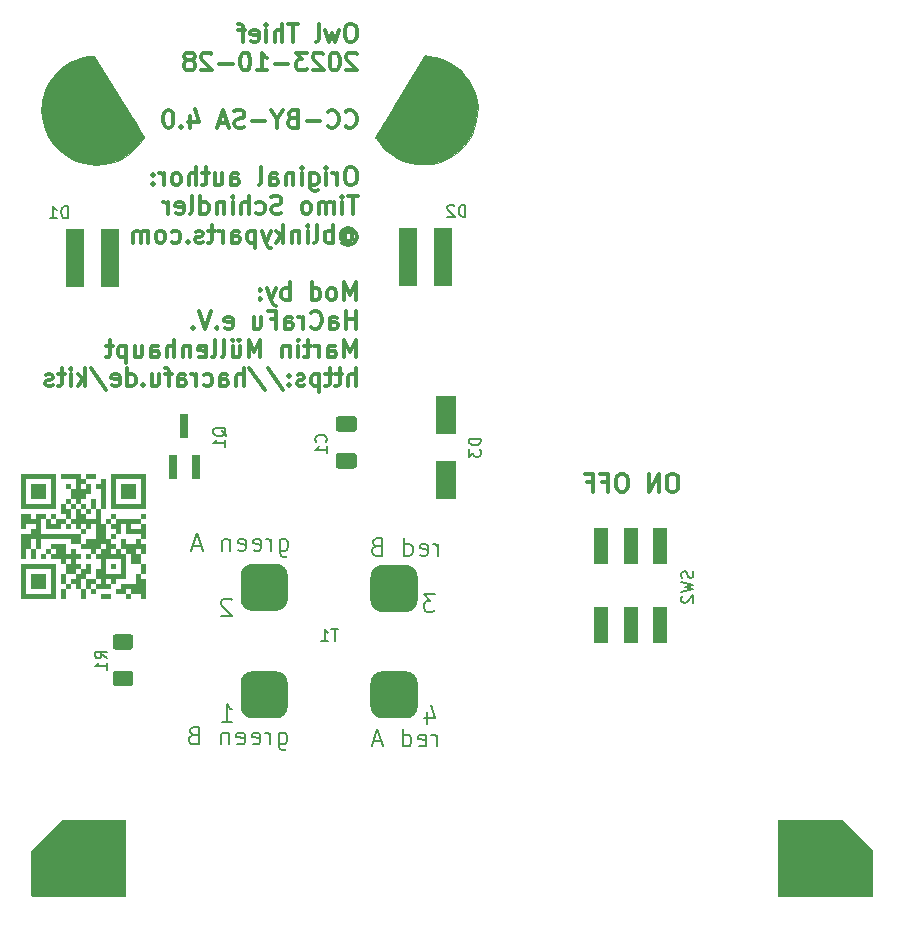
<source format=gbs>
G04 #@! TF.GenerationSoftware,KiCad,Pcbnew,7.0.2.1-36-g582732918d-dirty-deb11*
G04 #@! TF.CreationDate,2024-01-19T22:58:02+00:00*
G04 #@! TF.ProjectId,owlThief,6f776c54-6869-4656-962e-6b696361645f,rev?*
G04 #@! TF.SameCoordinates,Original*
G04 #@! TF.FileFunction,Soldermask,Bot*
G04 #@! TF.FilePolarity,Negative*
%FSLAX46Y46*%
G04 Gerber Fmt 4.6, Leading zero omitted, Abs format (unit mm)*
G04 Created by KiCad (PCBNEW 7.0.2.1-36-g582732918d-dirty-deb11) date 2024-01-19 22:58:02*
%MOMM*%
%LPD*%
G01*
G04 APERTURE LIST*
%ADD10C,0.000000*%
%ADD11C,0.300000*%
%ADD12C,0.200000*%
%ADD13C,0.150000*%
%ADD14C,0.010000*%
%ADD15R,1.524000X5.000000*%
%ADD16R,1.700000X3.300000*%
%ADD17R,0.700000X2.000000*%
%ADD18R,1.300000X3.150000*%
G04 APERTURE END LIST*
D10*
G36*
X196130000Y-92666667D02*
G01*
X195706667Y-92666667D01*
X195706667Y-92243334D01*
X196130000Y-92243334D01*
X196130000Y-92666667D01*
G37*
G36*
X202480000Y-85893334D02*
G01*
X199516666Y-85893334D01*
X199516666Y-83353334D01*
X199940000Y-83353334D01*
X199940000Y-85470001D01*
X202056666Y-85470001D01*
X202056666Y-83353334D01*
X199940000Y-83353334D01*
X199516666Y-83353334D01*
X199516666Y-82930001D01*
X202480000Y-82930001D01*
X202480000Y-85893334D01*
G37*
G36*
X194013334Y-90126667D02*
G01*
X193590000Y-90126667D01*
X193590000Y-89703334D01*
X194013334Y-89703334D01*
X194013334Y-90126667D01*
G37*
G36*
X194013334Y-85046668D02*
G01*
X192743334Y-85046668D01*
X192743334Y-83776668D01*
X194013334Y-83776668D01*
X194013334Y-85046668D01*
G37*
G36*
X199093333Y-85893334D02*
G01*
X198670000Y-85893334D01*
X198670000Y-84200001D01*
X198246666Y-84200001D01*
X198246666Y-83776667D01*
X198670000Y-83776667D01*
X198670000Y-83353334D01*
X199093333Y-83353334D01*
X199093333Y-85893334D01*
G37*
G36*
X196130000Y-87586667D02*
G01*
X195706666Y-87586667D01*
X195706666Y-87163334D01*
X196130000Y-87163334D01*
X196130000Y-87586667D01*
G37*
G36*
X194436667Y-89703334D02*
G01*
X194013334Y-89703334D01*
X194013334Y-89280000D01*
X194436667Y-89280000D01*
X194436667Y-89703334D01*
G37*
G36*
X194860000Y-93513334D02*
G01*
X191896667Y-93513334D01*
X191896667Y-90973334D01*
X192320000Y-90973334D01*
X192320000Y-93090000D01*
X194436667Y-93090000D01*
X194436667Y-90973334D01*
X192320000Y-90973334D01*
X191896667Y-90973334D01*
X191896667Y-90550000D01*
X194860000Y-90550000D01*
X194860000Y-93513334D01*
G37*
G36*
X202480000Y-86740000D02*
G01*
X202056666Y-86740000D01*
X202056666Y-86316667D01*
X202480000Y-86316667D01*
X202480000Y-86740000D01*
G37*
G36*
X201633333Y-85046668D02*
G01*
X200363333Y-85046668D01*
X200363333Y-83776668D01*
X201633333Y-83776668D01*
X201633333Y-85046668D01*
G37*
G36*
X196553333Y-85893334D02*
G01*
X196130000Y-85893334D01*
X196130000Y-85470001D01*
X196553333Y-85470001D01*
X196553333Y-85893334D01*
G37*
G36*
X199940000Y-90973334D02*
G01*
X199516666Y-90973334D01*
X199516666Y-90550000D01*
X199940000Y-90550000D01*
X199940000Y-90973334D01*
G37*
G36*
X196976666Y-83353334D02*
G01*
X197400000Y-83353334D01*
X197400000Y-83776667D01*
X196976666Y-83776667D01*
X196976666Y-84200001D01*
X197400000Y-84200001D01*
X197400000Y-83776668D01*
X197823333Y-83776668D01*
X197823333Y-84623334D01*
X197400000Y-84623334D01*
X197400000Y-85046668D01*
X196976666Y-85046668D01*
X196976666Y-85470001D01*
X196553333Y-85470001D01*
X196553333Y-85046667D01*
X196130000Y-85046667D01*
X196130000Y-84200001D01*
X196553333Y-84200001D01*
X196553333Y-83353334D01*
X195283333Y-83353334D01*
X195283333Y-82930001D01*
X196976666Y-82930001D01*
X196976666Y-83353334D01*
G37*
G36*
X192743333Y-86740000D02*
G01*
X193166667Y-86740000D01*
X193166667Y-86316667D01*
X194013333Y-86316667D01*
X194013333Y-86740000D01*
X193590000Y-86740000D01*
X193590000Y-88010000D01*
X196976666Y-88010000D01*
X196976666Y-88856667D01*
X196130000Y-88856667D01*
X196130000Y-88433334D01*
X193590000Y-88433334D01*
X193590000Y-89280000D01*
X193166667Y-89280000D01*
X193166667Y-90126667D01*
X192743333Y-90126667D01*
X192743333Y-89280000D01*
X192320000Y-89280000D01*
X192320000Y-90126667D01*
X191896667Y-90126667D01*
X191896667Y-88433334D01*
X192743333Y-88433334D01*
X192743333Y-89280000D01*
X193166667Y-89280000D01*
X193166667Y-88433334D01*
X192743333Y-88433334D01*
X191896667Y-88433334D01*
X191896667Y-88010000D01*
X192743333Y-88010000D01*
X192743333Y-87586667D01*
X193166667Y-87586667D01*
X193166667Y-87163334D01*
X192320000Y-87163334D01*
X192320000Y-87586667D01*
X191896667Y-87586667D01*
X191896667Y-86316667D01*
X192743333Y-86316667D01*
X192743333Y-86740000D01*
G37*
G36*
X202056666Y-91820000D02*
G01*
X202480000Y-91820000D01*
X202480000Y-93513334D01*
X202056666Y-93513334D01*
X202056666Y-93090000D01*
X201209999Y-93090000D01*
X201209999Y-93513334D01*
X200786666Y-93513334D01*
X200786666Y-93090000D01*
X199940000Y-93090000D01*
X199940000Y-92666667D01*
X200363333Y-92666667D01*
X200786666Y-92666667D01*
X200786666Y-93090000D01*
X201209999Y-93090000D01*
X201209999Y-92666667D01*
X200786666Y-92666667D01*
X200363333Y-92666667D01*
X200363333Y-92243334D01*
X201633333Y-92243334D01*
X201633333Y-91396667D01*
X202056666Y-91396667D01*
X202056666Y-91820000D01*
G37*
G36*
X194860000Y-85893334D02*
G01*
X191896667Y-85893334D01*
X191896667Y-83353334D01*
X192320000Y-83353334D01*
X192320000Y-85470001D01*
X194436667Y-85470001D01*
X194436667Y-83353334D01*
X192320000Y-83353334D01*
X191896667Y-83353334D01*
X191896667Y-82930001D01*
X194860000Y-82930001D01*
X194860000Y-85893334D01*
G37*
G36*
X196130000Y-84200001D02*
G01*
X195706666Y-84200001D01*
X195706666Y-83776667D01*
X196130000Y-83776667D01*
X196130000Y-84200001D01*
G37*
G36*
X202480000Y-91396667D02*
G01*
X202056666Y-91396667D01*
X202056666Y-90550000D01*
X202480000Y-90550000D01*
X202480000Y-91396667D01*
G37*
G36*
X195706666Y-92243334D02*
G01*
X195283334Y-92243334D01*
X195283334Y-91396667D01*
X195706666Y-91396667D01*
X195706666Y-92243334D01*
G37*
G36*
X194013334Y-92666667D02*
G01*
X192743334Y-92666667D01*
X192743334Y-91396667D01*
X194013334Y-91396667D01*
X194013334Y-92666667D01*
G37*
G36*
X198246666Y-85893334D02*
G01*
X197823333Y-85893334D01*
X197823333Y-86316667D01*
X197400000Y-86316667D01*
X197400000Y-86740000D01*
X198246666Y-86740000D01*
X198246666Y-85893334D01*
X198670000Y-85893334D01*
X198670000Y-87163334D01*
X199093333Y-87163334D01*
X199093333Y-88433334D01*
X199516666Y-88433334D01*
X199516666Y-88856667D01*
X199940000Y-88856667D01*
X199940000Y-89280000D01*
X199516666Y-89280000D01*
X199516666Y-89703334D01*
X199940000Y-89703334D01*
X199940000Y-89280000D01*
X200363333Y-89280000D01*
X200363333Y-89703334D01*
X200786666Y-89703334D01*
X200786666Y-89280000D01*
X201633333Y-89280000D01*
X201633333Y-89703334D01*
X202056666Y-89703334D01*
X202056666Y-89280000D01*
X201633333Y-89280000D01*
X200786666Y-89280000D01*
X200363333Y-89280000D01*
X200363333Y-88433334D01*
X200786666Y-88433334D01*
X200786666Y-88856667D01*
X201633333Y-88856667D01*
X201633333Y-88433334D01*
X202056666Y-88433334D01*
X202056666Y-88010000D01*
X200786666Y-88010000D01*
X200786666Y-87163334D01*
X200363333Y-87163334D01*
X200363333Y-88010000D01*
X199940000Y-88010000D01*
X199940000Y-87586667D01*
X199516666Y-87586667D01*
X199516666Y-87163334D01*
X199093333Y-87163334D01*
X199093333Y-86740000D01*
X199516666Y-86740000D01*
X199516666Y-86316667D01*
X199940000Y-86316667D01*
X199940000Y-86740000D01*
X199516666Y-86740000D01*
X199516666Y-87163334D01*
X199940000Y-87163334D01*
X199940000Y-86740000D01*
X202056666Y-86740000D01*
X202056666Y-87163334D01*
X201209999Y-87163334D01*
X201209999Y-87586667D01*
X202056666Y-87586667D01*
X202056666Y-87163334D01*
X202480000Y-87163334D01*
X202480000Y-88433334D01*
X202056666Y-88433334D01*
X202056666Y-88856667D01*
X202480000Y-88856667D01*
X202480000Y-89703334D01*
X202056666Y-89703334D01*
X202056666Y-90550000D01*
X201209999Y-90550000D01*
X201209999Y-89703334D01*
X200786666Y-89703334D01*
X200786666Y-91820000D01*
X199940000Y-91820000D01*
X199940000Y-92243334D01*
X199516666Y-92243334D01*
X199516666Y-92666667D01*
X198246666Y-92666667D01*
X198246666Y-93090000D01*
X197823333Y-93090000D01*
X197823333Y-92666667D01*
X197400000Y-92666667D01*
X197400000Y-93513334D01*
X196976666Y-93513334D01*
X196976666Y-92666667D01*
X196553333Y-92666667D01*
X196553333Y-92243334D01*
X196130000Y-92243334D01*
X196130000Y-91820000D01*
X196553333Y-91820000D01*
X196553333Y-91396667D01*
X195706667Y-91396667D01*
X195706667Y-90973334D01*
X196553333Y-90973334D01*
X196553333Y-91396667D01*
X196976666Y-91396667D01*
X196976666Y-90973334D01*
X196553333Y-90973334D01*
X195706667Y-90973334D01*
X195706667Y-90550000D01*
X196130000Y-90550000D01*
X196130000Y-90126667D01*
X195706666Y-90126667D01*
X195706666Y-90550000D01*
X195283334Y-90550000D01*
X195283334Y-90126667D01*
X194436667Y-90126667D01*
X194436667Y-89703334D01*
X194860000Y-89703334D01*
X194860000Y-89280000D01*
X194436667Y-89280000D01*
X194436667Y-88856667D01*
X195706667Y-88856667D01*
X195706667Y-89703334D01*
X196130000Y-89703334D01*
X196130000Y-89280000D01*
X196553334Y-89280000D01*
X196553334Y-89703334D01*
X196976667Y-89703334D01*
X196976667Y-90126667D01*
X196553334Y-90126667D01*
X196553334Y-90550000D01*
X196976667Y-90550000D01*
X196976667Y-90973334D01*
X197400000Y-90973334D01*
X197400000Y-90550000D01*
X197823333Y-90550000D01*
X197823333Y-91396667D01*
X197400000Y-91396667D01*
X197400000Y-91820000D01*
X196976666Y-91820000D01*
X196976666Y-92666667D01*
X197400000Y-92666667D01*
X197400000Y-92243334D01*
X197823333Y-92243334D01*
X197823333Y-92666667D01*
X198246666Y-92666667D01*
X198246666Y-92243334D01*
X197823333Y-92243334D01*
X197400000Y-92243334D01*
X197400000Y-91820000D01*
X198246666Y-91820000D01*
X198246666Y-92243334D01*
X198670000Y-92243334D01*
X198670000Y-91820000D01*
X199093333Y-91820000D01*
X199093333Y-92243334D01*
X199516666Y-92243334D01*
X199516666Y-91820000D01*
X199093333Y-91820000D01*
X198670000Y-91820000D01*
X198246666Y-91820000D01*
X198246666Y-90973334D01*
X198670000Y-90973334D01*
X198670000Y-90126667D01*
X199093333Y-90126667D01*
X199093333Y-91396667D01*
X200363333Y-91396667D01*
X200363333Y-90126667D01*
X199093333Y-90126667D01*
X198670000Y-90126667D01*
X198246666Y-90126667D01*
X198246666Y-89703334D01*
X198670000Y-89703334D01*
X198670000Y-89280000D01*
X199093333Y-89280000D01*
X199093333Y-88856667D01*
X198670000Y-88856667D01*
X198670000Y-89280000D01*
X198246666Y-89280000D01*
X198246666Y-89703334D01*
X197823333Y-89703334D01*
X197823333Y-89280000D01*
X196976666Y-89280000D01*
X196976666Y-88856667D01*
X197400000Y-88856667D01*
X197400000Y-88433334D01*
X198246666Y-88433334D01*
X198246666Y-87163334D01*
X197823333Y-87163334D01*
X197823333Y-87586667D01*
X197400000Y-87586667D01*
X197400000Y-87163334D01*
X196976666Y-87163334D01*
X196976666Y-87586667D01*
X196553333Y-87586667D01*
X196553333Y-87163334D01*
X196130000Y-87163334D01*
X196130000Y-86740000D01*
X196553333Y-86740000D01*
X196553333Y-85893334D01*
X196976666Y-85893334D01*
X196976666Y-86316667D01*
X197400000Y-86316667D01*
X197400000Y-85893334D01*
X196976666Y-85893334D01*
X196976666Y-85470001D01*
X197400000Y-85470001D01*
X197400000Y-85893334D01*
X197823333Y-85893334D01*
X197823333Y-85046667D01*
X198246666Y-85046667D01*
X198246666Y-85893334D01*
G37*
G36*
X199940000Y-88433334D02*
G01*
X199516666Y-88433334D01*
X199516666Y-88010000D01*
X199940000Y-88010000D01*
X199940000Y-88433334D01*
G37*
G36*
X198246666Y-83353334D02*
G01*
X197400000Y-83353334D01*
X197400000Y-82930001D01*
X198246666Y-82930001D01*
X198246666Y-83353334D01*
G37*
G36*
X196130000Y-85470001D02*
G01*
X195706666Y-85470001D01*
X195706666Y-85046667D01*
X196130000Y-85046667D01*
X196130000Y-85470001D01*
G37*
G36*
X199516666Y-93513334D02*
G01*
X198670000Y-93513334D01*
X198670000Y-93090000D01*
X199516666Y-93090000D01*
X199516666Y-93513334D01*
G37*
G36*
X197400000Y-88010000D02*
G01*
X196976666Y-88010000D01*
X196976666Y-87586667D01*
X197400000Y-87586667D01*
X197400000Y-88010000D01*
G37*
G36*
X195706666Y-85893334D02*
G01*
X196130000Y-85893334D01*
X196130000Y-86740000D01*
X195706666Y-86740000D01*
X195706666Y-86316667D01*
X195283333Y-86316667D01*
X195283333Y-85470001D01*
X195706666Y-85470001D01*
X195706666Y-85893334D01*
G37*
G36*
X194860000Y-86740000D02*
G01*
X194436667Y-86740000D01*
X194436667Y-87163334D01*
X194860000Y-87163334D01*
X194860000Y-86740000D01*
X195706666Y-86740000D01*
X195706666Y-87163334D01*
X195283333Y-87163334D01*
X195283333Y-87586667D01*
X194013333Y-87586667D01*
X194013333Y-86740000D01*
X194436667Y-86740000D01*
X194436667Y-86316667D01*
X194860000Y-86316667D01*
X194860000Y-86740000D01*
G37*
G36*
X195706666Y-93513334D02*
G01*
X195283333Y-93513334D01*
X195283334Y-93090000D01*
X195283334Y-92666667D01*
X195706666Y-92666667D01*
X195706666Y-93513334D01*
G37*
G36*
X197823333Y-90126667D02*
G01*
X197400000Y-90126667D01*
X197400000Y-89703334D01*
X197823333Y-89703334D01*
X197823333Y-90126667D01*
G37*
D11*
X219917142Y-44796428D02*
X219631428Y-44796428D01*
X219631428Y-44796428D02*
X219488571Y-44867857D01*
X219488571Y-44867857D02*
X219345714Y-45010714D01*
X219345714Y-45010714D02*
X219274285Y-45296428D01*
X219274285Y-45296428D02*
X219274285Y-45796428D01*
X219274285Y-45796428D02*
X219345714Y-46082142D01*
X219345714Y-46082142D02*
X219488571Y-46225000D01*
X219488571Y-46225000D02*
X219631428Y-46296428D01*
X219631428Y-46296428D02*
X219917142Y-46296428D01*
X219917142Y-46296428D02*
X220060000Y-46225000D01*
X220060000Y-46225000D02*
X220202857Y-46082142D01*
X220202857Y-46082142D02*
X220274285Y-45796428D01*
X220274285Y-45796428D02*
X220274285Y-45296428D01*
X220274285Y-45296428D02*
X220202857Y-45010714D01*
X220202857Y-45010714D02*
X220060000Y-44867857D01*
X220060000Y-44867857D02*
X219917142Y-44796428D01*
X218774285Y-45296428D02*
X218488571Y-46296428D01*
X218488571Y-46296428D02*
X218202856Y-45582142D01*
X218202856Y-45582142D02*
X217917142Y-46296428D01*
X217917142Y-46296428D02*
X217631428Y-45296428D01*
X216845713Y-46296428D02*
X216988570Y-46225000D01*
X216988570Y-46225000D02*
X217059999Y-46082142D01*
X217059999Y-46082142D02*
X217059999Y-44796428D01*
X215345713Y-44796428D02*
X214488571Y-44796428D01*
X214917142Y-46296428D02*
X214917142Y-44796428D01*
X213988571Y-46296428D02*
X213988571Y-44796428D01*
X213345714Y-46296428D02*
X213345714Y-45510714D01*
X213345714Y-45510714D02*
X213417142Y-45367857D01*
X213417142Y-45367857D02*
X213559999Y-45296428D01*
X213559999Y-45296428D02*
X213774285Y-45296428D01*
X213774285Y-45296428D02*
X213917142Y-45367857D01*
X213917142Y-45367857D02*
X213988571Y-45439285D01*
X212631428Y-46296428D02*
X212631428Y-45296428D01*
X212631428Y-44796428D02*
X212702856Y-44867857D01*
X212702856Y-44867857D02*
X212631428Y-44939285D01*
X212631428Y-44939285D02*
X212559999Y-44867857D01*
X212559999Y-44867857D02*
X212631428Y-44796428D01*
X212631428Y-44796428D02*
X212631428Y-44939285D01*
X211345713Y-46225000D02*
X211488570Y-46296428D01*
X211488570Y-46296428D02*
X211774285Y-46296428D01*
X211774285Y-46296428D02*
X211917142Y-46225000D01*
X211917142Y-46225000D02*
X211988570Y-46082142D01*
X211988570Y-46082142D02*
X211988570Y-45510714D01*
X211988570Y-45510714D02*
X211917142Y-45367857D01*
X211917142Y-45367857D02*
X211774285Y-45296428D01*
X211774285Y-45296428D02*
X211488570Y-45296428D01*
X211488570Y-45296428D02*
X211345713Y-45367857D01*
X211345713Y-45367857D02*
X211274285Y-45510714D01*
X211274285Y-45510714D02*
X211274285Y-45653571D01*
X211274285Y-45653571D02*
X211988570Y-45796428D01*
X210845713Y-45296428D02*
X210274285Y-45296428D01*
X210631428Y-46296428D02*
X210631428Y-45010714D01*
X210631428Y-45010714D02*
X210559999Y-44867857D01*
X210559999Y-44867857D02*
X210417142Y-44796428D01*
X210417142Y-44796428D02*
X210274285Y-44796428D01*
X220274285Y-47369285D02*
X220202857Y-47297857D01*
X220202857Y-47297857D02*
X220060000Y-47226428D01*
X220060000Y-47226428D02*
X219702857Y-47226428D01*
X219702857Y-47226428D02*
X219560000Y-47297857D01*
X219560000Y-47297857D02*
X219488571Y-47369285D01*
X219488571Y-47369285D02*
X219417142Y-47512142D01*
X219417142Y-47512142D02*
X219417142Y-47655000D01*
X219417142Y-47655000D02*
X219488571Y-47869285D01*
X219488571Y-47869285D02*
X220345714Y-48726428D01*
X220345714Y-48726428D02*
X219417142Y-48726428D01*
X218488571Y-47226428D02*
X218345714Y-47226428D01*
X218345714Y-47226428D02*
X218202857Y-47297857D01*
X218202857Y-47297857D02*
X218131429Y-47369285D01*
X218131429Y-47369285D02*
X218060000Y-47512142D01*
X218060000Y-47512142D02*
X217988571Y-47797857D01*
X217988571Y-47797857D02*
X217988571Y-48155000D01*
X217988571Y-48155000D02*
X218060000Y-48440714D01*
X218060000Y-48440714D02*
X218131429Y-48583571D01*
X218131429Y-48583571D02*
X218202857Y-48655000D01*
X218202857Y-48655000D02*
X218345714Y-48726428D01*
X218345714Y-48726428D02*
X218488571Y-48726428D01*
X218488571Y-48726428D02*
X218631429Y-48655000D01*
X218631429Y-48655000D02*
X218702857Y-48583571D01*
X218702857Y-48583571D02*
X218774286Y-48440714D01*
X218774286Y-48440714D02*
X218845714Y-48155000D01*
X218845714Y-48155000D02*
X218845714Y-47797857D01*
X218845714Y-47797857D02*
X218774286Y-47512142D01*
X218774286Y-47512142D02*
X218702857Y-47369285D01*
X218702857Y-47369285D02*
X218631429Y-47297857D01*
X218631429Y-47297857D02*
X218488571Y-47226428D01*
X217417143Y-47369285D02*
X217345715Y-47297857D01*
X217345715Y-47297857D02*
X217202858Y-47226428D01*
X217202858Y-47226428D02*
X216845715Y-47226428D01*
X216845715Y-47226428D02*
X216702858Y-47297857D01*
X216702858Y-47297857D02*
X216631429Y-47369285D01*
X216631429Y-47369285D02*
X216560000Y-47512142D01*
X216560000Y-47512142D02*
X216560000Y-47655000D01*
X216560000Y-47655000D02*
X216631429Y-47869285D01*
X216631429Y-47869285D02*
X217488572Y-48726428D01*
X217488572Y-48726428D02*
X216560000Y-48726428D01*
X216060001Y-47226428D02*
X215131429Y-47226428D01*
X215131429Y-47226428D02*
X215631429Y-47797857D01*
X215631429Y-47797857D02*
X215417144Y-47797857D01*
X215417144Y-47797857D02*
X215274287Y-47869285D01*
X215274287Y-47869285D02*
X215202858Y-47940714D01*
X215202858Y-47940714D02*
X215131429Y-48083571D01*
X215131429Y-48083571D02*
X215131429Y-48440714D01*
X215131429Y-48440714D02*
X215202858Y-48583571D01*
X215202858Y-48583571D02*
X215274287Y-48655000D01*
X215274287Y-48655000D02*
X215417144Y-48726428D01*
X215417144Y-48726428D02*
X215845715Y-48726428D01*
X215845715Y-48726428D02*
X215988572Y-48655000D01*
X215988572Y-48655000D02*
X216060001Y-48583571D01*
X214488573Y-48155000D02*
X213345716Y-48155000D01*
X211845715Y-48726428D02*
X212702858Y-48726428D01*
X212274287Y-48726428D02*
X212274287Y-47226428D01*
X212274287Y-47226428D02*
X212417144Y-47440714D01*
X212417144Y-47440714D02*
X212560001Y-47583571D01*
X212560001Y-47583571D02*
X212702858Y-47655000D01*
X210917144Y-47226428D02*
X210774287Y-47226428D01*
X210774287Y-47226428D02*
X210631430Y-47297857D01*
X210631430Y-47297857D02*
X210560002Y-47369285D01*
X210560002Y-47369285D02*
X210488573Y-47512142D01*
X210488573Y-47512142D02*
X210417144Y-47797857D01*
X210417144Y-47797857D02*
X210417144Y-48155000D01*
X210417144Y-48155000D02*
X210488573Y-48440714D01*
X210488573Y-48440714D02*
X210560002Y-48583571D01*
X210560002Y-48583571D02*
X210631430Y-48655000D01*
X210631430Y-48655000D02*
X210774287Y-48726428D01*
X210774287Y-48726428D02*
X210917144Y-48726428D01*
X210917144Y-48726428D02*
X211060002Y-48655000D01*
X211060002Y-48655000D02*
X211131430Y-48583571D01*
X211131430Y-48583571D02*
X211202859Y-48440714D01*
X211202859Y-48440714D02*
X211274287Y-48155000D01*
X211274287Y-48155000D02*
X211274287Y-47797857D01*
X211274287Y-47797857D02*
X211202859Y-47512142D01*
X211202859Y-47512142D02*
X211131430Y-47369285D01*
X211131430Y-47369285D02*
X211060002Y-47297857D01*
X211060002Y-47297857D02*
X210917144Y-47226428D01*
X209774288Y-48155000D02*
X208631431Y-48155000D01*
X207988573Y-47369285D02*
X207917145Y-47297857D01*
X207917145Y-47297857D02*
X207774288Y-47226428D01*
X207774288Y-47226428D02*
X207417145Y-47226428D01*
X207417145Y-47226428D02*
X207274288Y-47297857D01*
X207274288Y-47297857D02*
X207202859Y-47369285D01*
X207202859Y-47369285D02*
X207131430Y-47512142D01*
X207131430Y-47512142D02*
X207131430Y-47655000D01*
X207131430Y-47655000D02*
X207202859Y-47869285D01*
X207202859Y-47869285D02*
X208060002Y-48726428D01*
X208060002Y-48726428D02*
X207131430Y-48726428D01*
X206274288Y-47869285D02*
X206417145Y-47797857D01*
X206417145Y-47797857D02*
X206488574Y-47726428D01*
X206488574Y-47726428D02*
X206560002Y-47583571D01*
X206560002Y-47583571D02*
X206560002Y-47512142D01*
X206560002Y-47512142D02*
X206488574Y-47369285D01*
X206488574Y-47369285D02*
X206417145Y-47297857D01*
X206417145Y-47297857D02*
X206274288Y-47226428D01*
X206274288Y-47226428D02*
X205988574Y-47226428D01*
X205988574Y-47226428D02*
X205845717Y-47297857D01*
X205845717Y-47297857D02*
X205774288Y-47369285D01*
X205774288Y-47369285D02*
X205702859Y-47512142D01*
X205702859Y-47512142D02*
X205702859Y-47583571D01*
X205702859Y-47583571D02*
X205774288Y-47726428D01*
X205774288Y-47726428D02*
X205845717Y-47797857D01*
X205845717Y-47797857D02*
X205988574Y-47869285D01*
X205988574Y-47869285D02*
X206274288Y-47869285D01*
X206274288Y-47869285D02*
X206417145Y-47940714D01*
X206417145Y-47940714D02*
X206488574Y-48012142D01*
X206488574Y-48012142D02*
X206560002Y-48155000D01*
X206560002Y-48155000D02*
X206560002Y-48440714D01*
X206560002Y-48440714D02*
X206488574Y-48583571D01*
X206488574Y-48583571D02*
X206417145Y-48655000D01*
X206417145Y-48655000D02*
X206274288Y-48726428D01*
X206274288Y-48726428D02*
X205988574Y-48726428D01*
X205988574Y-48726428D02*
X205845717Y-48655000D01*
X205845717Y-48655000D02*
X205774288Y-48583571D01*
X205774288Y-48583571D02*
X205702859Y-48440714D01*
X205702859Y-48440714D02*
X205702859Y-48155000D01*
X205702859Y-48155000D02*
X205774288Y-48012142D01*
X205774288Y-48012142D02*
X205845717Y-47940714D01*
X205845717Y-47940714D02*
X205988574Y-47869285D01*
X219345714Y-53443571D02*
X219417142Y-53515000D01*
X219417142Y-53515000D02*
X219631428Y-53586428D01*
X219631428Y-53586428D02*
X219774285Y-53586428D01*
X219774285Y-53586428D02*
X219988571Y-53515000D01*
X219988571Y-53515000D02*
X220131428Y-53372142D01*
X220131428Y-53372142D02*
X220202857Y-53229285D01*
X220202857Y-53229285D02*
X220274285Y-52943571D01*
X220274285Y-52943571D02*
X220274285Y-52729285D01*
X220274285Y-52729285D02*
X220202857Y-52443571D01*
X220202857Y-52443571D02*
X220131428Y-52300714D01*
X220131428Y-52300714D02*
X219988571Y-52157857D01*
X219988571Y-52157857D02*
X219774285Y-52086428D01*
X219774285Y-52086428D02*
X219631428Y-52086428D01*
X219631428Y-52086428D02*
X219417142Y-52157857D01*
X219417142Y-52157857D02*
X219345714Y-52229285D01*
X217845714Y-53443571D02*
X217917142Y-53515000D01*
X217917142Y-53515000D02*
X218131428Y-53586428D01*
X218131428Y-53586428D02*
X218274285Y-53586428D01*
X218274285Y-53586428D02*
X218488571Y-53515000D01*
X218488571Y-53515000D02*
X218631428Y-53372142D01*
X218631428Y-53372142D02*
X218702857Y-53229285D01*
X218702857Y-53229285D02*
X218774285Y-52943571D01*
X218774285Y-52943571D02*
X218774285Y-52729285D01*
X218774285Y-52729285D02*
X218702857Y-52443571D01*
X218702857Y-52443571D02*
X218631428Y-52300714D01*
X218631428Y-52300714D02*
X218488571Y-52157857D01*
X218488571Y-52157857D02*
X218274285Y-52086428D01*
X218274285Y-52086428D02*
X218131428Y-52086428D01*
X218131428Y-52086428D02*
X217917142Y-52157857D01*
X217917142Y-52157857D02*
X217845714Y-52229285D01*
X217202857Y-53015000D02*
X216060000Y-53015000D01*
X214845714Y-52800714D02*
X214631428Y-52872142D01*
X214631428Y-52872142D02*
X214559999Y-52943571D01*
X214559999Y-52943571D02*
X214488571Y-53086428D01*
X214488571Y-53086428D02*
X214488571Y-53300714D01*
X214488571Y-53300714D02*
X214559999Y-53443571D01*
X214559999Y-53443571D02*
X214631428Y-53515000D01*
X214631428Y-53515000D02*
X214774285Y-53586428D01*
X214774285Y-53586428D02*
X215345714Y-53586428D01*
X215345714Y-53586428D02*
X215345714Y-52086428D01*
X215345714Y-52086428D02*
X214845714Y-52086428D01*
X214845714Y-52086428D02*
X214702857Y-52157857D01*
X214702857Y-52157857D02*
X214631428Y-52229285D01*
X214631428Y-52229285D02*
X214559999Y-52372142D01*
X214559999Y-52372142D02*
X214559999Y-52515000D01*
X214559999Y-52515000D02*
X214631428Y-52657857D01*
X214631428Y-52657857D02*
X214702857Y-52729285D01*
X214702857Y-52729285D02*
X214845714Y-52800714D01*
X214845714Y-52800714D02*
X215345714Y-52800714D01*
X213559999Y-52872142D02*
X213559999Y-53586428D01*
X214059999Y-52086428D02*
X213559999Y-52872142D01*
X213559999Y-52872142D02*
X213059999Y-52086428D01*
X212560000Y-53015000D02*
X211417143Y-53015000D01*
X210774285Y-53515000D02*
X210560000Y-53586428D01*
X210560000Y-53586428D02*
X210202857Y-53586428D01*
X210202857Y-53586428D02*
X210060000Y-53515000D01*
X210060000Y-53515000D02*
X209988571Y-53443571D01*
X209988571Y-53443571D02*
X209917142Y-53300714D01*
X209917142Y-53300714D02*
X209917142Y-53157857D01*
X209917142Y-53157857D02*
X209988571Y-53015000D01*
X209988571Y-53015000D02*
X210060000Y-52943571D01*
X210060000Y-52943571D02*
X210202857Y-52872142D01*
X210202857Y-52872142D02*
X210488571Y-52800714D01*
X210488571Y-52800714D02*
X210631428Y-52729285D01*
X210631428Y-52729285D02*
X210702857Y-52657857D01*
X210702857Y-52657857D02*
X210774285Y-52515000D01*
X210774285Y-52515000D02*
X210774285Y-52372142D01*
X210774285Y-52372142D02*
X210702857Y-52229285D01*
X210702857Y-52229285D02*
X210631428Y-52157857D01*
X210631428Y-52157857D02*
X210488571Y-52086428D01*
X210488571Y-52086428D02*
X210131428Y-52086428D01*
X210131428Y-52086428D02*
X209917142Y-52157857D01*
X209345714Y-53157857D02*
X208631429Y-53157857D01*
X209488571Y-53586428D02*
X208988571Y-52086428D01*
X208988571Y-52086428D02*
X208488571Y-53586428D01*
X206202858Y-52586428D02*
X206202858Y-53586428D01*
X206560000Y-52015000D02*
X206917143Y-53086428D01*
X206917143Y-53086428D02*
X205988572Y-53086428D01*
X205417144Y-53443571D02*
X205345715Y-53515000D01*
X205345715Y-53515000D02*
X205417144Y-53586428D01*
X205417144Y-53586428D02*
X205488572Y-53515000D01*
X205488572Y-53515000D02*
X205417144Y-53443571D01*
X205417144Y-53443571D02*
X205417144Y-53586428D01*
X204417143Y-52086428D02*
X204274286Y-52086428D01*
X204274286Y-52086428D02*
X204131429Y-52157857D01*
X204131429Y-52157857D02*
X204060001Y-52229285D01*
X204060001Y-52229285D02*
X203988572Y-52372142D01*
X203988572Y-52372142D02*
X203917143Y-52657857D01*
X203917143Y-52657857D02*
X203917143Y-53015000D01*
X203917143Y-53015000D02*
X203988572Y-53300714D01*
X203988572Y-53300714D02*
X204060001Y-53443571D01*
X204060001Y-53443571D02*
X204131429Y-53515000D01*
X204131429Y-53515000D02*
X204274286Y-53586428D01*
X204274286Y-53586428D02*
X204417143Y-53586428D01*
X204417143Y-53586428D02*
X204560001Y-53515000D01*
X204560001Y-53515000D02*
X204631429Y-53443571D01*
X204631429Y-53443571D02*
X204702858Y-53300714D01*
X204702858Y-53300714D02*
X204774286Y-53015000D01*
X204774286Y-53015000D02*
X204774286Y-52657857D01*
X204774286Y-52657857D02*
X204702858Y-52372142D01*
X204702858Y-52372142D02*
X204631429Y-52229285D01*
X204631429Y-52229285D02*
X204560001Y-52157857D01*
X204560001Y-52157857D02*
X204417143Y-52086428D01*
X219917142Y-56946428D02*
X219631428Y-56946428D01*
X219631428Y-56946428D02*
X219488571Y-57017857D01*
X219488571Y-57017857D02*
X219345714Y-57160714D01*
X219345714Y-57160714D02*
X219274285Y-57446428D01*
X219274285Y-57446428D02*
X219274285Y-57946428D01*
X219274285Y-57946428D02*
X219345714Y-58232142D01*
X219345714Y-58232142D02*
X219488571Y-58375000D01*
X219488571Y-58375000D02*
X219631428Y-58446428D01*
X219631428Y-58446428D02*
X219917142Y-58446428D01*
X219917142Y-58446428D02*
X220060000Y-58375000D01*
X220060000Y-58375000D02*
X220202857Y-58232142D01*
X220202857Y-58232142D02*
X220274285Y-57946428D01*
X220274285Y-57946428D02*
X220274285Y-57446428D01*
X220274285Y-57446428D02*
X220202857Y-57160714D01*
X220202857Y-57160714D02*
X220060000Y-57017857D01*
X220060000Y-57017857D02*
X219917142Y-56946428D01*
X218631428Y-58446428D02*
X218631428Y-57446428D01*
X218631428Y-57732142D02*
X218559999Y-57589285D01*
X218559999Y-57589285D02*
X218488571Y-57517857D01*
X218488571Y-57517857D02*
X218345713Y-57446428D01*
X218345713Y-57446428D02*
X218202856Y-57446428D01*
X217702857Y-58446428D02*
X217702857Y-57446428D01*
X217702857Y-56946428D02*
X217774285Y-57017857D01*
X217774285Y-57017857D02*
X217702857Y-57089285D01*
X217702857Y-57089285D02*
X217631428Y-57017857D01*
X217631428Y-57017857D02*
X217702857Y-56946428D01*
X217702857Y-56946428D02*
X217702857Y-57089285D01*
X216345714Y-57446428D02*
X216345714Y-58660714D01*
X216345714Y-58660714D02*
X216417142Y-58803571D01*
X216417142Y-58803571D02*
X216488571Y-58875000D01*
X216488571Y-58875000D02*
X216631428Y-58946428D01*
X216631428Y-58946428D02*
X216845714Y-58946428D01*
X216845714Y-58946428D02*
X216988571Y-58875000D01*
X216345714Y-58375000D02*
X216488571Y-58446428D01*
X216488571Y-58446428D02*
X216774285Y-58446428D01*
X216774285Y-58446428D02*
X216917142Y-58375000D01*
X216917142Y-58375000D02*
X216988571Y-58303571D01*
X216988571Y-58303571D02*
X217059999Y-58160714D01*
X217059999Y-58160714D02*
X217059999Y-57732142D01*
X217059999Y-57732142D02*
X216988571Y-57589285D01*
X216988571Y-57589285D02*
X216917142Y-57517857D01*
X216917142Y-57517857D02*
X216774285Y-57446428D01*
X216774285Y-57446428D02*
X216488571Y-57446428D01*
X216488571Y-57446428D02*
X216345714Y-57517857D01*
X215631428Y-58446428D02*
X215631428Y-57446428D01*
X215631428Y-56946428D02*
X215702856Y-57017857D01*
X215702856Y-57017857D02*
X215631428Y-57089285D01*
X215631428Y-57089285D02*
X215559999Y-57017857D01*
X215559999Y-57017857D02*
X215631428Y-56946428D01*
X215631428Y-56946428D02*
X215631428Y-57089285D01*
X214917142Y-57446428D02*
X214917142Y-58446428D01*
X214917142Y-57589285D02*
X214845713Y-57517857D01*
X214845713Y-57517857D02*
X214702856Y-57446428D01*
X214702856Y-57446428D02*
X214488570Y-57446428D01*
X214488570Y-57446428D02*
X214345713Y-57517857D01*
X214345713Y-57517857D02*
X214274285Y-57660714D01*
X214274285Y-57660714D02*
X214274285Y-58446428D01*
X212917142Y-58446428D02*
X212917142Y-57660714D01*
X212917142Y-57660714D02*
X212988570Y-57517857D01*
X212988570Y-57517857D02*
X213131427Y-57446428D01*
X213131427Y-57446428D02*
X213417142Y-57446428D01*
X213417142Y-57446428D02*
X213559999Y-57517857D01*
X212917142Y-58375000D02*
X213059999Y-58446428D01*
X213059999Y-58446428D02*
X213417142Y-58446428D01*
X213417142Y-58446428D02*
X213559999Y-58375000D01*
X213559999Y-58375000D02*
X213631427Y-58232142D01*
X213631427Y-58232142D02*
X213631427Y-58089285D01*
X213631427Y-58089285D02*
X213559999Y-57946428D01*
X213559999Y-57946428D02*
X213417142Y-57875000D01*
X213417142Y-57875000D02*
X213059999Y-57875000D01*
X213059999Y-57875000D02*
X212917142Y-57803571D01*
X211988570Y-58446428D02*
X212131427Y-58375000D01*
X212131427Y-58375000D02*
X212202856Y-58232142D01*
X212202856Y-58232142D02*
X212202856Y-56946428D01*
X209631428Y-58446428D02*
X209631428Y-57660714D01*
X209631428Y-57660714D02*
X209702856Y-57517857D01*
X209702856Y-57517857D02*
X209845713Y-57446428D01*
X209845713Y-57446428D02*
X210131428Y-57446428D01*
X210131428Y-57446428D02*
X210274285Y-57517857D01*
X209631428Y-58375000D02*
X209774285Y-58446428D01*
X209774285Y-58446428D02*
X210131428Y-58446428D01*
X210131428Y-58446428D02*
X210274285Y-58375000D01*
X210274285Y-58375000D02*
X210345713Y-58232142D01*
X210345713Y-58232142D02*
X210345713Y-58089285D01*
X210345713Y-58089285D02*
X210274285Y-57946428D01*
X210274285Y-57946428D02*
X210131428Y-57875000D01*
X210131428Y-57875000D02*
X209774285Y-57875000D01*
X209774285Y-57875000D02*
X209631428Y-57803571D01*
X208274285Y-57446428D02*
X208274285Y-58446428D01*
X208917142Y-57446428D02*
X208917142Y-58232142D01*
X208917142Y-58232142D02*
X208845713Y-58375000D01*
X208845713Y-58375000D02*
X208702856Y-58446428D01*
X208702856Y-58446428D02*
X208488570Y-58446428D01*
X208488570Y-58446428D02*
X208345713Y-58375000D01*
X208345713Y-58375000D02*
X208274285Y-58303571D01*
X207774284Y-57446428D02*
X207202856Y-57446428D01*
X207559999Y-56946428D02*
X207559999Y-58232142D01*
X207559999Y-58232142D02*
X207488570Y-58375000D01*
X207488570Y-58375000D02*
X207345713Y-58446428D01*
X207345713Y-58446428D02*
X207202856Y-58446428D01*
X206702856Y-58446428D02*
X206702856Y-56946428D01*
X206059999Y-58446428D02*
X206059999Y-57660714D01*
X206059999Y-57660714D02*
X206131427Y-57517857D01*
X206131427Y-57517857D02*
X206274284Y-57446428D01*
X206274284Y-57446428D02*
X206488570Y-57446428D01*
X206488570Y-57446428D02*
X206631427Y-57517857D01*
X206631427Y-57517857D02*
X206702856Y-57589285D01*
X205131427Y-58446428D02*
X205274284Y-58375000D01*
X205274284Y-58375000D02*
X205345713Y-58303571D01*
X205345713Y-58303571D02*
X205417141Y-58160714D01*
X205417141Y-58160714D02*
X205417141Y-57732142D01*
X205417141Y-57732142D02*
X205345713Y-57589285D01*
X205345713Y-57589285D02*
X205274284Y-57517857D01*
X205274284Y-57517857D02*
X205131427Y-57446428D01*
X205131427Y-57446428D02*
X204917141Y-57446428D01*
X204917141Y-57446428D02*
X204774284Y-57517857D01*
X204774284Y-57517857D02*
X204702856Y-57589285D01*
X204702856Y-57589285D02*
X204631427Y-57732142D01*
X204631427Y-57732142D02*
X204631427Y-58160714D01*
X204631427Y-58160714D02*
X204702856Y-58303571D01*
X204702856Y-58303571D02*
X204774284Y-58375000D01*
X204774284Y-58375000D02*
X204917141Y-58446428D01*
X204917141Y-58446428D02*
X205131427Y-58446428D01*
X203988570Y-58446428D02*
X203988570Y-57446428D01*
X203988570Y-57732142D02*
X203917141Y-57589285D01*
X203917141Y-57589285D02*
X203845713Y-57517857D01*
X203845713Y-57517857D02*
X203702855Y-57446428D01*
X203702855Y-57446428D02*
X203559998Y-57446428D01*
X203059999Y-58303571D02*
X202988570Y-58375000D01*
X202988570Y-58375000D02*
X203059999Y-58446428D01*
X203059999Y-58446428D02*
X203131427Y-58375000D01*
X203131427Y-58375000D02*
X203059999Y-58303571D01*
X203059999Y-58303571D02*
X203059999Y-58446428D01*
X203059999Y-57517857D02*
X202988570Y-57589285D01*
X202988570Y-57589285D02*
X203059999Y-57660714D01*
X203059999Y-57660714D02*
X203131427Y-57589285D01*
X203131427Y-57589285D02*
X203059999Y-57517857D01*
X203059999Y-57517857D02*
X203059999Y-57660714D01*
X220417142Y-59376428D02*
X219560000Y-59376428D01*
X219988571Y-60876428D02*
X219988571Y-59376428D01*
X219060000Y-60876428D02*
X219060000Y-59876428D01*
X219060000Y-59376428D02*
X219131428Y-59447857D01*
X219131428Y-59447857D02*
X219060000Y-59519285D01*
X219060000Y-59519285D02*
X218988571Y-59447857D01*
X218988571Y-59447857D02*
X219060000Y-59376428D01*
X219060000Y-59376428D02*
X219060000Y-59519285D01*
X218345714Y-60876428D02*
X218345714Y-59876428D01*
X218345714Y-60019285D02*
X218274285Y-59947857D01*
X218274285Y-59947857D02*
X218131428Y-59876428D01*
X218131428Y-59876428D02*
X217917142Y-59876428D01*
X217917142Y-59876428D02*
X217774285Y-59947857D01*
X217774285Y-59947857D02*
X217702857Y-60090714D01*
X217702857Y-60090714D02*
X217702857Y-60876428D01*
X217702857Y-60090714D02*
X217631428Y-59947857D01*
X217631428Y-59947857D02*
X217488571Y-59876428D01*
X217488571Y-59876428D02*
X217274285Y-59876428D01*
X217274285Y-59876428D02*
X217131428Y-59947857D01*
X217131428Y-59947857D02*
X217059999Y-60090714D01*
X217059999Y-60090714D02*
X217059999Y-60876428D01*
X216131428Y-60876428D02*
X216274285Y-60805000D01*
X216274285Y-60805000D02*
X216345714Y-60733571D01*
X216345714Y-60733571D02*
X216417142Y-60590714D01*
X216417142Y-60590714D02*
X216417142Y-60162142D01*
X216417142Y-60162142D02*
X216345714Y-60019285D01*
X216345714Y-60019285D02*
X216274285Y-59947857D01*
X216274285Y-59947857D02*
X216131428Y-59876428D01*
X216131428Y-59876428D02*
X215917142Y-59876428D01*
X215917142Y-59876428D02*
X215774285Y-59947857D01*
X215774285Y-59947857D02*
X215702857Y-60019285D01*
X215702857Y-60019285D02*
X215631428Y-60162142D01*
X215631428Y-60162142D02*
X215631428Y-60590714D01*
X215631428Y-60590714D02*
X215702857Y-60733571D01*
X215702857Y-60733571D02*
X215774285Y-60805000D01*
X215774285Y-60805000D02*
X215917142Y-60876428D01*
X215917142Y-60876428D02*
X216131428Y-60876428D01*
X213917142Y-60805000D02*
X213702857Y-60876428D01*
X213702857Y-60876428D02*
X213345714Y-60876428D01*
X213345714Y-60876428D02*
X213202857Y-60805000D01*
X213202857Y-60805000D02*
X213131428Y-60733571D01*
X213131428Y-60733571D02*
X213059999Y-60590714D01*
X213059999Y-60590714D02*
X213059999Y-60447857D01*
X213059999Y-60447857D02*
X213131428Y-60305000D01*
X213131428Y-60305000D02*
X213202857Y-60233571D01*
X213202857Y-60233571D02*
X213345714Y-60162142D01*
X213345714Y-60162142D02*
X213631428Y-60090714D01*
X213631428Y-60090714D02*
X213774285Y-60019285D01*
X213774285Y-60019285D02*
X213845714Y-59947857D01*
X213845714Y-59947857D02*
X213917142Y-59805000D01*
X213917142Y-59805000D02*
X213917142Y-59662142D01*
X213917142Y-59662142D02*
X213845714Y-59519285D01*
X213845714Y-59519285D02*
X213774285Y-59447857D01*
X213774285Y-59447857D02*
X213631428Y-59376428D01*
X213631428Y-59376428D02*
X213274285Y-59376428D01*
X213274285Y-59376428D02*
X213059999Y-59447857D01*
X211774286Y-60805000D02*
X211917143Y-60876428D01*
X211917143Y-60876428D02*
X212202857Y-60876428D01*
X212202857Y-60876428D02*
X212345714Y-60805000D01*
X212345714Y-60805000D02*
X212417143Y-60733571D01*
X212417143Y-60733571D02*
X212488571Y-60590714D01*
X212488571Y-60590714D02*
X212488571Y-60162142D01*
X212488571Y-60162142D02*
X212417143Y-60019285D01*
X212417143Y-60019285D02*
X212345714Y-59947857D01*
X212345714Y-59947857D02*
X212202857Y-59876428D01*
X212202857Y-59876428D02*
X211917143Y-59876428D01*
X211917143Y-59876428D02*
X211774286Y-59947857D01*
X211131429Y-60876428D02*
X211131429Y-59376428D01*
X210488572Y-60876428D02*
X210488572Y-60090714D01*
X210488572Y-60090714D02*
X210560000Y-59947857D01*
X210560000Y-59947857D02*
X210702857Y-59876428D01*
X210702857Y-59876428D02*
X210917143Y-59876428D01*
X210917143Y-59876428D02*
X211060000Y-59947857D01*
X211060000Y-59947857D02*
X211131429Y-60019285D01*
X209774286Y-60876428D02*
X209774286Y-59876428D01*
X209774286Y-59376428D02*
X209845714Y-59447857D01*
X209845714Y-59447857D02*
X209774286Y-59519285D01*
X209774286Y-59519285D02*
X209702857Y-59447857D01*
X209702857Y-59447857D02*
X209774286Y-59376428D01*
X209774286Y-59376428D02*
X209774286Y-59519285D01*
X209060000Y-59876428D02*
X209060000Y-60876428D01*
X209060000Y-60019285D02*
X208988571Y-59947857D01*
X208988571Y-59947857D02*
X208845714Y-59876428D01*
X208845714Y-59876428D02*
X208631428Y-59876428D01*
X208631428Y-59876428D02*
X208488571Y-59947857D01*
X208488571Y-59947857D02*
X208417143Y-60090714D01*
X208417143Y-60090714D02*
X208417143Y-60876428D01*
X207060000Y-60876428D02*
X207060000Y-59376428D01*
X207060000Y-60805000D02*
X207202857Y-60876428D01*
X207202857Y-60876428D02*
X207488571Y-60876428D01*
X207488571Y-60876428D02*
X207631428Y-60805000D01*
X207631428Y-60805000D02*
X207702857Y-60733571D01*
X207702857Y-60733571D02*
X207774285Y-60590714D01*
X207774285Y-60590714D02*
X207774285Y-60162142D01*
X207774285Y-60162142D02*
X207702857Y-60019285D01*
X207702857Y-60019285D02*
X207631428Y-59947857D01*
X207631428Y-59947857D02*
X207488571Y-59876428D01*
X207488571Y-59876428D02*
X207202857Y-59876428D01*
X207202857Y-59876428D02*
X207060000Y-59947857D01*
X206131428Y-60876428D02*
X206274285Y-60805000D01*
X206274285Y-60805000D02*
X206345714Y-60662142D01*
X206345714Y-60662142D02*
X206345714Y-59376428D01*
X204988571Y-60805000D02*
X205131428Y-60876428D01*
X205131428Y-60876428D02*
X205417143Y-60876428D01*
X205417143Y-60876428D02*
X205560000Y-60805000D01*
X205560000Y-60805000D02*
X205631428Y-60662142D01*
X205631428Y-60662142D02*
X205631428Y-60090714D01*
X205631428Y-60090714D02*
X205560000Y-59947857D01*
X205560000Y-59947857D02*
X205417143Y-59876428D01*
X205417143Y-59876428D02*
X205131428Y-59876428D01*
X205131428Y-59876428D02*
X204988571Y-59947857D01*
X204988571Y-59947857D02*
X204917143Y-60090714D01*
X204917143Y-60090714D02*
X204917143Y-60233571D01*
X204917143Y-60233571D02*
X205631428Y-60376428D01*
X204274286Y-60876428D02*
X204274286Y-59876428D01*
X204274286Y-60162142D02*
X204202857Y-60019285D01*
X204202857Y-60019285D02*
X204131429Y-59947857D01*
X204131429Y-59947857D02*
X203988571Y-59876428D01*
X203988571Y-59876428D02*
X203845714Y-59876428D01*
X219274285Y-62592142D02*
X219345714Y-62520714D01*
X219345714Y-62520714D02*
X219488571Y-62449285D01*
X219488571Y-62449285D02*
X219631428Y-62449285D01*
X219631428Y-62449285D02*
X219774285Y-62520714D01*
X219774285Y-62520714D02*
X219845714Y-62592142D01*
X219845714Y-62592142D02*
X219917142Y-62735000D01*
X219917142Y-62735000D02*
X219917142Y-62877857D01*
X219917142Y-62877857D02*
X219845714Y-63020714D01*
X219845714Y-63020714D02*
X219774285Y-63092142D01*
X219774285Y-63092142D02*
X219631428Y-63163571D01*
X219631428Y-63163571D02*
X219488571Y-63163571D01*
X219488571Y-63163571D02*
X219345714Y-63092142D01*
X219345714Y-63092142D02*
X219274285Y-63020714D01*
X219274285Y-62449285D02*
X219274285Y-63020714D01*
X219274285Y-63020714D02*
X219202857Y-63092142D01*
X219202857Y-63092142D02*
X219131428Y-63092142D01*
X219131428Y-63092142D02*
X218988571Y-63020714D01*
X218988571Y-63020714D02*
X218917142Y-62877857D01*
X218917142Y-62877857D02*
X218917142Y-62520714D01*
X218917142Y-62520714D02*
X219060000Y-62306428D01*
X219060000Y-62306428D02*
X219274285Y-62163571D01*
X219274285Y-62163571D02*
X219560000Y-62092142D01*
X219560000Y-62092142D02*
X219845714Y-62163571D01*
X219845714Y-62163571D02*
X220060000Y-62306428D01*
X220060000Y-62306428D02*
X220202857Y-62520714D01*
X220202857Y-62520714D02*
X220274285Y-62806428D01*
X220274285Y-62806428D02*
X220202857Y-63092142D01*
X220202857Y-63092142D02*
X220060000Y-63306428D01*
X220060000Y-63306428D02*
X219845714Y-63449285D01*
X219845714Y-63449285D02*
X219560000Y-63520714D01*
X219560000Y-63520714D02*
X219274285Y-63449285D01*
X219274285Y-63449285D02*
X219060000Y-63306428D01*
X218274286Y-63306428D02*
X218274286Y-61806428D01*
X218274286Y-62377857D02*
X218131429Y-62306428D01*
X218131429Y-62306428D02*
X217845714Y-62306428D01*
X217845714Y-62306428D02*
X217702857Y-62377857D01*
X217702857Y-62377857D02*
X217631429Y-62449285D01*
X217631429Y-62449285D02*
X217560000Y-62592142D01*
X217560000Y-62592142D02*
X217560000Y-63020714D01*
X217560000Y-63020714D02*
X217631429Y-63163571D01*
X217631429Y-63163571D02*
X217702857Y-63235000D01*
X217702857Y-63235000D02*
X217845714Y-63306428D01*
X217845714Y-63306428D02*
X218131429Y-63306428D01*
X218131429Y-63306428D02*
X218274286Y-63235000D01*
X216702857Y-63306428D02*
X216845714Y-63235000D01*
X216845714Y-63235000D02*
X216917143Y-63092142D01*
X216917143Y-63092142D02*
X216917143Y-61806428D01*
X216131429Y-63306428D02*
X216131429Y-62306428D01*
X216131429Y-61806428D02*
X216202857Y-61877857D01*
X216202857Y-61877857D02*
X216131429Y-61949285D01*
X216131429Y-61949285D02*
X216060000Y-61877857D01*
X216060000Y-61877857D02*
X216131429Y-61806428D01*
X216131429Y-61806428D02*
X216131429Y-61949285D01*
X215417143Y-62306428D02*
X215417143Y-63306428D01*
X215417143Y-62449285D02*
X215345714Y-62377857D01*
X215345714Y-62377857D02*
X215202857Y-62306428D01*
X215202857Y-62306428D02*
X214988571Y-62306428D01*
X214988571Y-62306428D02*
X214845714Y-62377857D01*
X214845714Y-62377857D02*
X214774286Y-62520714D01*
X214774286Y-62520714D02*
X214774286Y-63306428D01*
X214060000Y-63306428D02*
X214060000Y-61806428D01*
X213917143Y-62735000D02*
X213488571Y-63306428D01*
X213488571Y-62306428D02*
X214060000Y-62877857D01*
X212988571Y-62306428D02*
X212631428Y-63306428D01*
X212274285Y-62306428D02*
X212631428Y-63306428D01*
X212631428Y-63306428D02*
X212774285Y-63663571D01*
X212774285Y-63663571D02*
X212845714Y-63735000D01*
X212845714Y-63735000D02*
X212988571Y-63806428D01*
X211702857Y-62306428D02*
X211702857Y-63806428D01*
X211702857Y-62377857D02*
X211560000Y-62306428D01*
X211560000Y-62306428D02*
X211274285Y-62306428D01*
X211274285Y-62306428D02*
X211131428Y-62377857D01*
X211131428Y-62377857D02*
X211060000Y-62449285D01*
X211060000Y-62449285D02*
X210988571Y-62592142D01*
X210988571Y-62592142D02*
X210988571Y-63020714D01*
X210988571Y-63020714D02*
X211060000Y-63163571D01*
X211060000Y-63163571D02*
X211131428Y-63235000D01*
X211131428Y-63235000D02*
X211274285Y-63306428D01*
X211274285Y-63306428D02*
X211560000Y-63306428D01*
X211560000Y-63306428D02*
X211702857Y-63235000D01*
X209702857Y-63306428D02*
X209702857Y-62520714D01*
X209702857Y-62520714D02*
X209774285Y-62377857D01*
X209774285Y-62377857D02*
X209917142Y-62306428D01*
X209917142Y-62306428D02*
X210202857Y-62306428D01*
X210202857Y-62306428D02*
X210345714Y-62377857D01*
X209702857Y-63235000D02*
X209845714Y-63306428D01*
X209845714Y-63306428D02*
X210202857Y-63306428D01*
X210202857Y-63306428D02*
X210345714Y-63235000D01*
X210345714Y-63235000D02*
X210417142Y-63092142D01*
X210417142Y-63092142D02*
X210417142Y-62949285D01*
X210417142Y-62949285D02*
X210345714Y-62806428D01*
X210345714Y-62806428D02*
X210202857Y-62735000D01*
X210202857Y-62735000D02*
X209845714Y-62735000D01*
X209845714Y-62735000D02*
X209702857Y-62663571D01*
X208988571Y-63306428D02*
X208988571Y-62306428D01*
X208988571Y-62592142D02*
X208917142Y-62449285D01*
X208917142Y-62449285D02*
X208845714Y-62377857D01*
X208845714Y-62377857D02*
X208702856Y-62306428D01*
X208702856Y-62306428D02*
X208559999Y-62306428D01*
X208274285Y-62306428D02*
X207702857Y-62306428D01*
X208060000Y-61806428D02*
X208060000Y-63092142D01*
X208060000Y-63092142D02*
X207988571Y-63235000D01*
X207988571Y-63235000D02*
X207845714Y-63306428D01*
X207845714Y-63306428D02*
X207702857Y-63306428D01*
X207274285Y-63235000D02*
X207131428Y-63306428D01*
X207131428Y-63306428D02*
X206845714Y-63306428D01*
X206845714Y-63306428D02*
X206702857Y-63235000D01*
X206702857Y-63235000D02*
X206631428Y-63092142D01*
X206631428Y-63092142D02*
X206631428Y-63020714D01*
X206631428Y-63020714D02*
X206702857Y-62877857D01*
X206702857Y-62877857D02*
X206845714Y-62806428D01*
X206845714Y-62806428D02*
X207060000Y-62806428D01*
X207060000Y-62806428D02*
X207202857Y-62735000D01*
X207202857Y-62735000D02*
X207274285Y-62592142D01*
X207274285Y-62592142D02*
X207274285Y-62520714D01*
X207274285Y-62520714D02*
X207202857Y-62377857D01*
X207202857Y-62377857D02*
X207060000Y-62306428D01*
X207060000Y-62306428D02*
X206845714Y-62306428D01*
X206845714Y-62306428D02*
X206702857Y-62377857D01*
X205988571Y-63163571D02*
X205917142Y-63235000D01*
X205917142Y-63235000D02*
X205988571Y-63306428D01*
X205988571Y-63306428D02*
X206059999Y-63235000D01*
X206059999Y-63235000D02*
X205988571Y-63163571D01*
X205988571Y-63163571D02*
X205988571Y-63306428D01*
X204631428Y-63235000D02*
X204774285Y-63306428D01*
X204774285Y-63306428D02*
X205059999Y-63306428D01*
X205059999Y-63306428D02*
X205202856Y-63235000D01*
X205202856Y-63235000D02*
X205274285Y-63163571D01*
X205274285Y-63163571D02*
X205345713Y-63020714D01*
X205345713Y-63020714D02*
X205345713Y-62592142D01*
X205345713Y-62592142D02*
X205274285Y-62449285D01*
X205274285Y-62449285D02*
X205202856Y-62377857D01*
X205202856Y-62377857D02*
X205059999Y-62306428D01*
X205059999Y-62306428D02*
X204774285Y-62306428D01*
X204774285Y-62306428D02*
X204631428Y-62377857D01*
X203774285Y-63306428D02*
X203917142Y-63235000D01*
X203917142Y-63235000D02*
X203988571Y-63163571D01*
X203988571Y-63163571D02*
X204059999Y-63020714D01*
X204059999Y-63020714D02*
X204059999Y-62592142D01*
X204059999Y-62592142D02*
X203988571Y-62449285D01*
X203988571Y-62449285D02*
X203917142Y-62377857D01*
X203917142Y-62377857D02*
X203774285Y-62306428D01*
X203774285Y-62306428D02*
X203559999Y-62306428D01*
X203559999Y-62306428D02*
X203417142Y-62377857D01*
X203417142Y-62377857D02*
X203345714Y-62449285D01*
X203345714Y-62449285D02*
X203274285Y-62592142D01*
X203274285Y-62592142D02*
X203274285Y-63020714D01*
X203274285Y-63020714D02*
X203345714Y-63163571D01*
X203345714Y-63163571D02*
X203417142Y-63235000D01*
X203417142Y-63235000D02*
X203559999Y-63306428D01*
X203559999Y-63306428D02*
X203774285Y-63306428D01*
X202631428Y-63306428D02*
X202631428Y-62306428D01*
X202631428Y-62449285D02*
X202559999Y-62377857D01*
X202559999Y-62377857D02*
X202417142Y-62306428D01*
X202417142Y-62306428D02*
X202202856Y-62306428D01*
X202202856Y-62306428D02*
X202059999Y-62377857D01*
X202059999Y-62377857D02*
X201988571Y-62520714D01*
X201988571Y-62520714D02*
X201988571Y-63306428D01*
X201988571Y-62520714D02*
X201917142Y-62377857D01*
X201917142Y-62377857D02*
X201774285Y-62306428D01*
X201774285Y-62306428D02*
X201559999Y-62306428D01*
X201559999Y-62306428D02*
X201417142Y-62377857D01*
X201417142Y-62377857D02*
X201345713Y-62520714D01*
X201345713Y-62520714D02*
X201345713Y-63306428D01*
X220202857Y-68166428D02*
X220202857Y-66666428D01*
X220202857Y-66666428D02*
X219702857Y-67737857D01*
X219702857Y-67737857D02*
X219202857Y-66666428D01*
X219202857Y-66666428D02*
X219202857Y-68166428D01*
X218274285Y-68166428D02*
X218417142Y-68095000D01*
X218417142Y-68095000D02*
X218488571Y-68023571D01*
X218488571Y-68023571D02*
X218559999Y-67880714D01*
X218559999Y-67880714D02*
X218559999Y-67452142D01*
X218559999Y-67452142D02*
X218488571Y-67309285D01*
X218488571Y-67309285D02*
X218417142Y-67237857D01*
X218417142Y-67237857D02*
X218274285Y-67166428D01*
X218274285Y-67166428D02*
X218059999Y-67166428D01*
X218059999Y-67166428D02*
X217917142Y-67237857D01*
X217917142Y-67237857D02*
X217845714Y-67309285D01*
X217845714Y-67309285D02*
X217774285Y-67452142D01*
X217774285Y-67452142D02*
X217774285Y-67880714D01*
X217774285Y-67880714D02*
X217845714Y-68023571D01*
X217845714Y-68023571D02*
X217917142Y-68095000D01*
X217917142Y-68095000D02*
X218059999Y-68166428D01*
X218059999Y-68166428D02*
X218274285Y-68166428D01*
X216488571Y-68166428D02*
X216488571Y-66666428D01*
X216488571Y-68095000D02*
X216631428Y-68166428D01*
X216631428Y-68166428D02*
X216917142Y-68166428D01*
X216917142Y-68166428D02*
X217059999Y-68095000D01*
X217059999Y-68095000D02*
X217131428Y-68023571D01*
X217131428Y-68023571D02*
X217202856Y-67880714D01*
X217202856Y-67880714D02*
X217202856Y-67452142D01*
X217202856Y-67452142D02*
X217131428Y-67309285D01*
X217131428Y-67309285D02*
X217059999Y-67237857D01*
X217059999Y-67237857D02*
X216917142Y-67166428D01*
X216917142Y-67166428D02*
X216631428Y-67166428D01*
X216631428Y-67166428D02*
X216488571Y-67237857D01*
X214631428Y-68166428D02*
X214631428Y-66666428D01*
X214631428Y-67237857D02*
X214488571Y-67166428D01*
X214488571Y-67166428D02*
X214202856Y-67166428D01*
X214202856Y-67166428D02*
X214059999Y-67237857D01*
X214059999Y-67237857D02*
X213988571Y-67309285D01*
X213988571Y-67309285D02*
X213917142Y-67452142D01*
X213917142Y-67452142D02*
X213917142Y-67880714D01*
X213917142Y-67880714D02*
X213988571Y-68023571D01*
X213988571Y-68023571D02*
X214059999Y-68095000D01*
X214059999Y-68095000D02*
X214202856Y-68166428D01*
X214202856Y-68166428D02*
X214488571Y-68166428D01*
X214488571Y-68166428D02*
X214631428Y-68095000D01*
X213417142Y-67166428D02*
X213059999Y-68166428D01*
X212702856Y-67166428D02*
X213059999Y-68166428D01*
X213059999Y-68166428D02*
X213202856Y-68523571D01*
X213202856Y-68523571D02*
X213274285Y-68595000D01*
X213274285Y-68595000D02*
X213417142Y-68666428D01*
X212131428Y-68023571D02*
X212059999Y-68095000D01*
X212059999Y-68095000D02*
X212131428Y-68166428D01*
X212131428Y-68166428D02*
X212202856Y-68095000D01*
X212202856Y-68095000D02*
X212131428Y-68023571D01*
X212131428Y-68023571D02*
X212131428Y-68166428D01*
X212131428Y-67237857D02*
X212059999Y-67309285D01*
X212059999Y-67309285D02*
X212131428Y-67380714D01*
X212131428Y-67380714D02*
X212202856Y-67309285D01*
X212202856Y-67309285D02*
X212131428Y-67237857D01*
X212131428Y-67237857D02*
X212131428Y-67380714D01*
X220202857Y-70596428D02*
X220202857Y-69096428D01*
X220202857Y-69810714D02*
X219345714Y-69810714D01*
X219345714Y-70596428D02*
X219345714Y-69096428D01*
X217988571Y-70596428D02*
X217988571Y-69810714D01*
X217988571Y-69810714D02*
X218059999Y-69667857D01*
X218059999Y-69667857D02*
X218202856Y-69596428D01*
X218202856Y-69596428D02*
X218488571Y-69596428D01*
X218488571Y-69596428D02*
X218631428Y-69667857D01*
X217988571Y-70525000D02*
X218131428Y-70596428D01*
X218131428Y-70596428D02*
X218488571Y-70596428D01*
X218488571Y-70596428D02*
X218631428Y-70525000D01*
X218631428Y-70525000D02*
X218702856Y-70382142D01*
X218702856Y-70382142D02*
X218702856Y-70239285D01*
X218702856Y-70239285D02*
X218631428Y-70096428D01*
X218631428Y-70096428D02*
X218488571Y-70025000D01*
X218488571Y-70025000D02*
X218131428Y-70025000D01*
X218131428Y-70025000D02*
X217988571Y-69953571D01*
X216417142Y-70453571D02*
X216488570Y-70525000D01*
X216488570Y-70525000D02*
X216702856Y-70596428D01*
X216702856Y-70596428D02*
X216845713Y-70596428D01*
X216845713Y-70596428D02*
X217059999Y-70525000D01*
X217059999Y-70525000D02*
X217202856Y-70382142D01*
X217202856Y-70382142D02*
X217274285Y-70239285D01*
X217274285Y-70239285D02*
X217345713Y-69953571D01*
X217345713Y-69953571D02*
X217345713Y-69739285D01*
X217345713Y-69739285D02*
X217274285Y-69453571D01*
X217274285Y-69453571D02*
X217202856Y-69310714D01*
X217202856Y-69310714D02*
X217059999Y-69167857D01*
X217059999Y-69167857D02*
X216845713Y-69096428D01*
X216845713Y-69096428D02*
X216702856Y-69096428D01*
X216702856Y-69096428D02*
X216488570Y-69167857D01*
X216488570Y-69167857D02*
X216417142Y-69239285D01*
X215774285Y-70596428D02*
X215774285Y-69596428D01*
X215774285Y-69882142D02*
X215702856Y-69739285D01*
X215702856Y-69739285D02*
X215631428Y-69667857D01*
X215631428Y-69667857D02*
X215488570Y-69596428D01*
X215488570Y-69596428D02*
X215345713Y-69596428D01*
X214202857Y-70596428D02*
X214202857Y-69810714D01*
X214202857Y-69810714D02*
X214274285Y-69667857D01*
X214274285Y-69667857D02*
X214417142Y-69596428D01*
X214417142Y-69596428D02*
X214702857Y-69596428D01*
X214702857Y-69596428D02*
X214845714Y-69667857D01*
X214202857Y-70525000D02*
X214345714Y-70596428D01*
X214345714Y-70596428D02*
X214702857Y-70596428D01*
X214702857Y-70596428D02*
X214845714Y-70525000D01*
X214845714Y-70525000D02*
X214917142Y-70382142D01*
X214917142Y-70382142D02*
X214917142Y-70239285D01*
X214917142Y-70239285D02*
X214845714Y-70096428D01*
X214845714Y-70096428D02*
X214702857Y-70025000D01*
X214702857Y-70025000D02*
X214345714Y-70025000D01*
X214345714Y-70025000D02*
X214202857Y-69953571D01*
X212988571Y-69810714D02*
X213488571Y-69810714D01*
X213488571Y-70596428D02*
X213488571Y-69096428D01*
X213488571Y-69096428D02*
X212774285Y-69096428D01*
X211560000Y-69596428D02*
X211560000Y-70596428D01*
X212202857Y-69596428D02*
X212202857Y-70382142D01*
X212202857Y-70382142D02*
X212131428Y-70525000D01*
X212131428Y-70525000D02*
X211988571Y-70596428D01*
X211988571Y-70596428D02*
X211774285Y-70596428D01*
X211774285Y-70596428D02*
X211631428Y-70525000D01*
X211631428Y-70525000D02*
X211560000Y-70453571D01*
X209131428Y-70525000D02*
X209274285Y-70596428D01*
X209274285Y-70596428D02*
X209560000Y-70596428D01*
X209560000Y-70596428D02*
X209702857Y-70525000D01*
X209702857Y-70525000D02*
X209774285Y-70382142D01*
X209774285Y-70382142D02*
X209774285Y-69810714D01*
X209774285Y-69810714D02*
X209702857Y-69667857D01*
X209702857Y-69667857D02*
X209560000Y-69596428D01*
X209560000Y-69596428D02*
X209274285Y-69596428D01*
X209274285Y-69596428D02*
X209131428Y-69667857D01*
X209131428Y-69667857D02*
X209060000Y-69810714D01*
X209060000Y-69810714D02*
X209060000Y-69953571D01*
X209060000Y-69953571D02*
X209774285Y-70096428D01*
X208417143Y-70453571D02*
X208345714Y-70525000D01*
X208345714Y-70525000D02*
X208417143Y-70596428D01*
X208417143Y-70596428D02*
X208488571Y-70525000D01*
X208488571Y-70525000D02*
X208417143Y-70453571D01*
X208417143Y-70453571D02*
X208417143Y-70596428D01*
X207917142Y-69096428D02*
X207417142Y-70596428D01*
X207417142Y-70596428D02*
X206917142Y-69096428D01*
X206417143Y-70453571D02*
X206345714Y-70525000D01*
X206345714Y-70525000D02*
X206417143Y-70596428D01*
X206417143Y-70596428D02*
X206488571Y-70525000D01*
X206488571Y-70525000D02*
X206417143Y-70453571D01*
X206417143Y-70453571D02*
X206417143Y-70596428D01*
X220202857Y-73026428D02*
X220202857Y-71526428D01*
X220202857Y-71526428D02*
X219702857Y-72597857D01*
X219702857Y-72597857D02*
X219202857Y-71526428D01*
X219202857Y-71526428D02*
X219202857Y-73026428D01*
X217845714Y-73026428D02*
X217845714Y-72240714D01*
X217845714Y-72240714D02*
X217917142Y-72097857D01*
X217917142Y-72097857D02*
X218059999Y-72026428D01*
X218059999Y-72026428D02*
X218345714Y-72026428D01*
X218345714Y-72026428D02*
X218488571Y-72097857D01*
X217845714Y-72955000D02*
X217988571Y-73026428D01*
X217988571Y-73026428D02*
X218345714Y-73026428D01*
X218345714Y-73026428D02*
X218488571Y-72955000D01*
X218488571Y-72955000D02*
X218559999Y-72812142D01*
X218559999Y-72812142D02*
X218559999Y-72669285D01*
X218559999Y-72669285D02*
X218488571Y-72526428D01*
X218488571Y-72526428D02*
X218345714Y-72455000D01*
X218345714Y-72455000D02*
X217988571Y-72455000D01*
X217988571Y-72455000D02*
X217845714Y-72383571D01*
X217131428Y-73026428D02*
X217131428Y-72026428D01*
X217131428Y-72312142D02*
X217059999Y-72169285D01*
X217059999Y-72169285D02*
X216988571Y-72097857D01*
X216988571Y-72097857D02*
X216845713Y-72026428D01*
X216845713Y-72026428D02*
X216702856Y-72026428D01*
X216417142Y-72026428D02*
X215845714Y-72026428D01*
X216202857Y-71526428D02*
X216202857Y-72812142D01*
X216202857Y-72812142D02*
X216131428Y-72955000D01*
X216131428Y-72955000D02*
X215988571Y-73026428D01*
X215988571Y-73026428D02*
X215845714Y-73026428D01*
X215345714Y-73026428D02*
X215345714Y-72026428D01*
X215345714Y-71526428D02*
X215417142Y-71597857D01*
X215417142Y-71597857D02*
X215345714Y-71669285D01*
X215345714Y-71669285D02*
X215274285Y-71597857D01*
X215274285Y-71597857D02*
X215345714Y-71526428D01*
X215345714Y-71526428D02*
X215345714Y-71669285D01*
X214631428Y-72026428D02*
X214631428Y-73026428D01*
X214631428Y-72169285D02*
X214559999Y-72097857D01*
X214559999Y-72097857D02*
X214417142Y-72026428D01*
X214417142Y-72026428D02*
X214202856Y-72026428D01*
X214202856Y-72026428D02*
X214059999Y-72097857D01*
X214059999Y-72097857D02*
X213988571Y-72240714D01*
X213988571Y-72240714D02*
X213988571Y-73026428D01*
X212131428Y-73026428D02*
X212131428Y-71526428D01*
X212131428Y-71526428D02*
X211631428Y-72597857D01*
X211631428Y-72597857D02*
X211131428Y-71526428D01*
X211131428Y-71526428D02*
X211131428Y-73026428D01*
X209774285Y-72026428D02*
X209774285Y-73026428D01*
X210417142Y-72026428D02*
X210417142Y-72812142D01*
X210417142Y-72812142D02*
X210345713Y-72955000D01*
X210345713Y-72955000D02*
X210202856Y-73026428D01*
X210202856Y-73026428D02*
X209988570Y-73026428D01*
X209988570Y-73026428D02*
X209845713Y-72955000D01*
X209845713Y-72955000D02*
X209774285Y-72883571D01*
X210345713Y-71526428D02*
X210274285Y-71597857D01*
X210274285Y-71597857D02*
X210345713Y-71669285D01*
X210345713Y-71669285D02*
X210417142Y-71597857D01*
X210417142Y-71597857D02*
X210345713Y-71526428D01*
X210345713Y-71526428D02*
X210345713Y-71669285D01*
X209774285Y-71526428D02*
X209702856Y-71597857D01*
X209702856Y-71597857D02*
X209774285Y-71669285D01*
X209774285Y-71669285D02*
X209845713Y-71597857D01*
X209845713Y-71597857D02*
X209774285Y-71526428D01*
X209774285Y-71526428D02*
X209774285Y-71669285D01*
X208845713Y-73026428D02*
X208988570Y-72955000D01*
X208988570Y-72955000D02*
X209059999Y-72812142D01*
X209059999Y-72812142D02*
X209059999Y-71526428D01*
X208059999Y-73026428D02*
X208202856Y-72955000D01*
X208202856Y-72955000D02*
X208274285Y-72812142D01*
X208274285Y-72812142D02*
X208274285Y-71526428D01*
X206917142Y-72955000D02*
X207059999Y-73026428D01*
X207059999Y-73026428D02*
X207345714Y-73026428D01*
X207345714Y-73026428D02*
X207488571Y-72955000D01*
X207488571Y-72955000D02*
X207559999Y-72812142D01*
X207559999Y-72812142D02*
X207559999Y-72240714D01*
X207559999Y-72240714D02*
X207488571Y-72097857D01*
X207488571Y-72097857D02*
X207345714Y-72026428D01*
X207345714Y-72026428D02*
X207059999Y-72026428D01*
X207059999Y-72026428D02*
X206917142Y-72097857D01*
X206917142Y-72097857D02*
X206845714Y-72240714D01*
X206845714Y-72240714D02*
X206845714Y-72383571D01*
X206845714Y-72383571D02*
X207559999Y-72526428D01*
X206202857Y-72026428D02*
X206202857Y-73026428D01*
X206202857Y-72169285D02*
X206131428Y-72097857D01*
X206131428Y-72097857D02*
X205988571Y-72026428D01*
X205988571Y-72026428D02*
X205774285Y-72026428D01*
X205774285Y-72026428D02*
X205631428Y-72097857D01*
X205631428Y-72097857D02*
X205560000Y-72240714D01*
X205560000Y-72240714D02*
X205560000Y-73026428D01*
X204845714Y-73026428D02*
X204845714Y-71526428D01*
X204202857Y-73026428D02*
X204202857Y-72240714D01*
X204202857Y-72240714D02*
X204274285Y-72097857D01*
X204274285Y-72097857D02*
X204417142Y-72026428D01*
X204417142Y-72026428D02*
X204631428Y-72026428D01*
X204631428Y-72026428D02*
X204774285Y-72097857D01*
X204774285Y-72097857D02*
X204845714Y-72169285D01*
X202845714Y-73026428D02*
X202845714Y-72240714D01*
X202845714Y-72240714D02*
X202917142Y-72097857D01*
X202917142Y-72097857D02*
X203059999Y-72026428D01*
X203059999Y-72026428D02*
X203345714Y-72026428D01*
X203345714Y-72026428D02*
X203488571Y-72097857D01*
X202845714Y-72955000D02*
X202988571Y-73026428D01*
X202988571Y-73026428D02*
X203345714Y-73026428D01*
X203345714Y-73026428D02*
X203488571Y-72955000D01*
X203488571Y-72955000D02*
X203559999Y-72812142D01*
X203559999Y-72812142D02*
X203559999Y-72669285D01*
X203559999Y-72669285D02*
X203488571Y-72526428D01*
X203488571Y-72526428D02*
X203345714Y-72455000D01*
X203345714Y-72455000D02*
X202988571Y-72455000D01*
X202988571Y-72455000D02*
X202845714Y-72383571D01*
X201488571Y-72026428D02*
X201488571Y-73026428D01*
X202131428Y-72026428D02*
X202131428Y-72812142D01*
X202131428Y-72812142D02*
X202059999Y-72955000D01*
X202059999Y-72955000D02*
X201917142Y-73026428D01*
X201917142Y-73026428D02*
X201702856Y-73026428D01*
X201702856Y-73026428D02*
X201559999Y-72955000D01*
X201559999Y-72955000D02*
X201488571Y-72883571D01*
X200774285Y-72026428D02*
X200774285Y-73526428D01*
X200774285Y-72097857D02*
X200631428Y-72026428D01*
X200631428Y-72026428D02*
X200345713Y-72026428D01*
X200345713Y-72026428D02*
X200202856Y-72097857D01*
X200202856Y-72097857D02*
X200131428Y-72169285D01*
X200131428Y-72169285D02*
X200059999Y-72312142D01*
X200059999Y-72312142D02*
X200059999Y-72740714D01*
X200059999Y-72740714D02*
X200131428Y-72883571D01*
X200131428Y-72883571D02*
X200202856Y-72955000D01*
X200202856Y-72955000D02*
X200345713Y-73026428D01*
X200345713Y-73026428D02*
X200631428Y-73026428D01*
X200631428Y-73026428D02*
X200774285Y-72955000D01*
X199631427Y-72026428D02*
X199059999Y-72026428D01*
X199417142Y-71526428D02*
X199417142Y-72812142D01*
X199417142Y-72812142D02*
X199345713Y-72955000D01*
X199345713Y-72955000D02*
X199202856Y-73026428D01*
X199202856Y-73026428D02*
X199059999Y-73026428D01*
X220202857Y-75456428D02*
X220202857Y-73956428D01*
X219560000Y-75456428D02*
X219560000Y-74670714D01*
X219560000Y-74670714D02*
X219631428Y-74527857D01*
X219631428Y-74527857D02*
X219774285Y-74456428D01*
X219774285Y-74456428D02*
X219988571Y-74456428D01*
X219988571Y-74456428D02*
X220131428Y-74527857D01*
X220131428Y-74527857D02*
X220202857Y-74599285D01*
X219059999Y-74456428D02*
X218488571Y-74456428D01*
X218845714Y-73956428D02*
X218845714Y-75242142D01*
X218845714Y-75242142D02*
X218774285Y-75385000D01*
X218774285Y-75385000D02*
X218631428Y-75456428D01*
X218631428Y-75456428D02*
X218488571Y-75456428D01*
X218202856Y-74456428D02*
X217631428Y-74456428D01*
X217988571Y-73956428D02*
X217988571Y-75242142D01*
X217988571Y-75242142D02*
X217917142Y-75385000D01*
X217917142Y-75385000D02*
X217774285Y-75456428D01*
X217774285Y-75456428D02*
X217631428Y-75456428D01*
X217131428Y-74456428D02*
X217131428Y-75956428D01*
X217131428Y-74527857D02*
X216988571Y-74456428D01*
X216988571Y-74456428D02*
X216702856Y-74456428D01*
X216702856Y-74456428D02*
X216559999Y-74527857D01*
X216559999Y-74527857D02*
X216488571Y-74599285D01*
X216488571Y-74599285D02*
X216417142Y-74742142D01*
X216417142Y-74742142D02*
X216417142Y-75170714D01*
X216417142Y-75170714D02*
X216488571Y-75313571D01*
X216488571Y-75313571D02*
X216559999Y-75385000D01*
X216559999Y-75385000D02*
X216702856Y-75456428D01*
X216702856Y-75456428D02*
X216988571Y-75456428D01*
X216988571Y-75456428D02*
X217131428Y-75385000D01*
X215845713Y-75385000D02*
X215702856Y-75456428D01*
X215702856Y-75456428D02*
X215417142Y-75456428D01*
X215417142Y-75456428D02*
X215274285Y-75385000D01*
X215274285Y-75385000D02*
X215202856Y-75242142D01*
X215202856Y-75242142D02*
X215202856Y-75170714D01*
X215202856Y-75170714D02*
X215274285Y-75027857D01*
X215274285Y-75027857D02*
X215417142Y-74956428D01*
X215417142Y-74956428D02*
X215631428Y-74956428D01*
X215631428Y-74956428D02*
X215774285Y-74885000D01*
X215774285Y-74885000D02*
X215845713Y-74742142D01*
X215845713Y-74742142D02*
X215845713Y-74670714D01*
X215845713Y-74670714D02*
X215774285Y-74527857D01*
X215774285Y-74527857D02*
X215631428Y-74456428D01*
X215631428Y-74456428D02*
X215417142Y-74456428D01*
X215417142Y-74456428D02*
X215274285Y-74527857D01*
X214559999Y-75313571D02*
X214488570Y-75385000D01*
X214488570Y-75385000D02*
X214559999Y-75456428D01*
X214559999Y-75456428D02*
X214631427Y-75385000D01*
X214631427Y-75385000D02*
X214559999Y-75313571D01*
X214559999Y-75313571D02*
X214559999Y-75456428D01*
X214559999Y-74527857D02*
X214488570Y-74599285D01*
X214488570Y-74599285D02*
X214559999Y-74670714D01*
X214559999Y-74670714D02*
X214631427Y-74599285D01*
X214631427Y-74599285D02*
X214559999Y-74527857D01*
X214559999Y-74527857D02*
X214559999Y-74670714D01*
X212774284Y-73885000D02*
X214059998Y-75813571D01*
X211202855Y-73885000D02*
X212488569Y-75813571D01*
X210702855Y-75456428D02*
X210702855Y-73956428D01*
X210059998Y-75456428D02*
X210059998Y-74670714D01*
X210059998Y-74670714D02*
X210131426Y-74527857D01*
X210131426Y-74527857D02*
X210274283Y-74456428D01*
X210274283Y-74456428D02*
X210488569Y-74456428D01*
X210488569Y-74456428D02*
X210631426Y-74527857D01*
X210631426Y-74527857D02*
X210702855Y-74599285D01*
X208702855Y-75456428D02*
X208702855Y-74670714D01*
X208702855Y-74670714D02*
X208774283Y-74527857D01*
X208774283Y-74527857D02*
X208917140Y-74456428D01*
X208917140Y-74456428D02*
X209202855Y-74456428D01*
X209202855Y-74456428D02*
X209345712Y-74527857D01*
X208702855Y-75385000D02*
X208845712Y-75456428D01*
X208845712Y-75456428D02*
X209202855Y-75456428D01*
X209202855Y-75456428D02*
X209345712Y-75385000D01*
X209345712Y-75385000D02*
X209417140Y-75242142D01*
X209417140Y-75242142D02*
X209417140Y-75099285D01*
X209417140Y-75099285D02*
X209345712Y-74956428D01*
X209345712Y-74956428D02*
X209202855Y-74885000D01*
X209202855Y-74885000D02*
X208845712Y-74885000D01*
X208845712Y-74885000D02*
X208702855Y-74813571D01*
X207345712Y-75385000D02*
X207488569Y-75456428D01*
X207488569Y-75456428D02*
X207774283Y-75456428D01*
X207774283Y-75456428D02*
X207917140Y-75385000D01*
X207917140Y-75385000D02*
X207988569Y-75313571D01*
X207988569Y-75313571D02*
X208059997Y-75170714D01*
X208059997Y-75170714D02*
X208059997Y-74742142D01*
X208059997Y-74742142D02*
X207988569Y-74599285D01*
X207988569Y-74599285D02*
X207917140Y-74527857D01*
X207917140Y-74527857D02*
X207774283Y-74456428D01*
X207774283Y-74456428D02*
X207488569Y-74456428D01*
X207488569Y-74456428D02*
X207345712Y-74527857D01*
X206702855Y-75456428D02*
X206702855Y-74456428D01*
X206702855Y-74742142D02*
X206631426Y-74599285D01*
X206631426Y-74599285D02*
X206559998Y-74527857D01*
X206559998Y-74527857D02*
X206417140Y-74456428D01*
X206417140Y-74456428D02*
X206274283Y-74456428D01*
X205131427Y-75456428D02*
X205131427Y-74670714D01*
X205131427Y-74670714D02*
X205202855Y-74527857D01*
X205202855Y-74527857D02*
X205345712Y-74456428D01*
X205345712Y-74456428D02*
X205631427Y-74456428D01*
X205631427Y-74456428D02*
X205774284Y-74527857D01*
X205131427Y-75385000D02*
X205274284Y-75456428D01*
X205274284Y-75456428D02*
X205631427Y-75456428D01*
X205631427Y-75456428D02*
X205774284Y-75385000D01*
X205774284Y-75385000D02*
X205845712Y-75242142D01*
X205845712Y-75242142D02*
X205845712Y-75099285D01*
X205845712Y-75099285D02*
X205774284Y-74956428D01*
X205774284Y-74956428D02*
X205631427Y-74885000D01*
X205631427Y-74885000D02*
X205274284Y-74885000D01*
X205274284Y-74885000D02*
X205131427Y-74813571D01*
X204631426Y-74456428D02*
X204059998Y-74456428D01*
X204417141Y-75456428D02*
X204417141Y-74170714D01*
X204417141Y-74170714D02*
X204345712Y-74027857D01*
X204345712Y-74027857D02*
X204202855Y-73956428D01*
X204202855Y-73956428D02*
X204059998Y-73956428D01*
X202917141Y-74456428D02*
X202917141Y-75456428D01*
X203559998Y-74456428D02*
X203559998Y-75242142D01*
X203559998Y-75242142D02*
X203488569Y-75385000D01*
X203488569Y-75385000D02*
X203345712Y-75456428D01*
X203345712Y-75456428D02*
X203131426Y-75456428D01*
X203131426Y-75456428D02*
X202988569Y-75385000D01*
X202988569Y-75385000D02*
X202917141Y-75313571D01*
X202202855Y-75313571D02*
X202131426Y-75385000D01*
X202131426Y-75385000D02*
X202202855Y-75456428D01*
X202202855Y-75456428D02*
X202274283Y-75385000D01*
X202274283Y-75385000D02*
X202202855Y-75313571D01*
X202202855Y-75313571D02*
X202202855Y-75456428D01*
X200845712Y-75456428D02*
X200845712Y-73956428D01*
X200845712Y-75385000D02*
X200988569Y-75456428D01*
X200988569Y-75456428D02*
X201274283Y-75456428D01*
X201274283Y-75456428D02*
X201417140Y-75385000D01*
X201417140Y-75385000D02*
X201488569Y-75313571D01*
X201488569Y-75313571D02*
X201559997Y-75170714D01*
X201559997Y-75170714D02*
X201559997Y-74742142D01*
X201559997Y-74742142D02*
X201488569Y-74599285D01*
X201488569Y-74599285D02*
X201417140Y-74527857D01*
X201417140Y-74527857D02*
X201274283Y-74456428D01*
X201274283Y-74456428D02*
X200988569Y-74456428D01*
X200988569Y-74456428D02*
X200845712Y-74527857D01*
X199559997Y-75385000D02*
X199702854Y-75456428D01*
X199702854Y-75456428D02*
X199988569Y-75456428D01*
X199988569Y-75456428D02*
X200131426Y-75385000D01*
X200131426Y-75385000D02*
X200202854Y-75242142D01*
X200202854Y-75242142D02*
X200202854Y-74670714D01*
X200202854Y-74670714D02*
X200131426Y-74527857D01*
X200131426Y-74527857D02*
X199988569Y-74456428D01*
X199988569Y-74456428D02*
X199702854Y-74456428D01*
X199702854Y-74456428D02*
X199559997Y-74527857D01*
X199559997Y-74527857D02*
X199488569Y-74670714D01*
X199488569Y-74670714D02*
X199488569Y-74813571D01*
X199488569Y-74813571D02*
X200202854Y-74956428D01*
X197774283Y-73885000D02*
X199059997Y-75813571D01*
X197274283Y-75456428D02*
X197274283Y-73956428D01*
X197131426Y-74885000D02*
X196702854Y-75456428D01*
X196702854Y-74456428D02*
X197274283Y-75027857D01*
X196059997Y-75456428D02*
X196059997Y-74456428D01*
X196059997Y-73956428D02*
X196131425Y-74027857D01*
X196131425Y-74027857D02*
X196059997Y-74099285D01*
X196059997Y-74099285D02*
X195988568Y-74027857D01*
X195988568Y-74027857D02*
X196059997Y-73956428D01*
X196059997Y-73956428D02*
X196059997Y-74099285D01*
X195559996Y-74456428D02*
X194988568Y-74456428D01*
X195345711Y-73956428D02*
X195345711Y-75242142D01*
X195345711Y-75242142D02*
X195274282Y-75385000D01*
X195274282Y-75385000D02*
X195131425Y-75456428D01*
X195131425Y-75456428D02*
X194988568Y-75456428D01*
X194559996Y-75385000D02*
X194417139Y-75456428D01*
X194417139Y-75456428D02*
X194131425Y-75456428D01*
X194131425Y-75456428D02*
X193988568Y-75385000D01*
X193988568Y-75385000D02*
X193917139Y-75242142D01*
X193917139Y-75242142D02*
X193917139Y-75170714D01*
X193917139Y-75170714D02*
X193988568Y-75027857D01*
X193988568Y-75027857D02*
X194131425Y-74956428D01*
X194131425Y-74956428D02*
X194345711Y-74956428D01*
X194345711Y-74956428D02*
X194488568Y-74885000D01*
X194488568Y-74885000D02*
X194559996Y-74742142D01*
X194559996Y-74742142D02*
X194559996Y-74670714D01*
X194559996Y-74670714D02*
X194488568Y-74527857D01*
X194488568Y-74527857D02*
X194345711Y-74456428D01*
X194345711Y-74456428D02*
X194131425Y-74456428D01*
X194131425Y-74456428D02*
X193988568Y-74527857D01*
D12*
X213771428Y-88393928D02*
X213771428Y-89608214D01*
X213771428Y-89608214D02*
X213842856Y-89751071D01*
X213842856Y-89751071D02*
X213914285Y-89822500D01*
X213914285Y-89822500D02*
X214057142Y-89893928D01*
X214057142Y-89893928D02*
X214271428Y-89893928D01*
X214271428Y-89893928D02*
X214414285Y-89822500D01*
X213771428Y-89322500D02*
X213914285Y-89393928D01*
X213914285Y-89393928D02*
X214199999Y-89393928D01*
X214199999Y-89393928D02*
X214342856Y-89322500D01*
X214342856Y-89322500D02*
X214414285Y-89251071D01*
X214414285Y-89251071D02*
X214485713Y-89108214D01*
X214485713Y-89108214D02*
X214485713Y-88679642D01*
X214485713Y-88679642D02*
X214414285Y-88536785D01*
X214414285Y-88536785D02*
X214342856Y-88465357D01*
X214342856Y-88465357D02*
X214199999Y-88393928D01*
X214199999Y-88393928D02*
X213914285Y-88393928D01*
X213914285Y-88393928D02*
X213771428Y-88465357D01*
X213057142Y-89393928D02*
X213057142Y-88393928D01*
X213057142Y-88679642D02*
X212985713Y-88536785D01*
X212985713Y-88536785D02*
X212914285Y-88465357D01*
X212914285Y-88465357D02*
X212771427Y-88393928D01*
X212771427Y-88393928D02*
X212628570Y-88393928D01*
X211557142Y-89322500D02*
X211699999Y-89393928D01*
X211699999Y-89393928D02*
X211985714Y-89393928D01*
X211985714Y-89393928D02*
X212128571Y-89322500D01*
X212128571Y-89322500D02*
X212199999Y-89179642D01*
X212199999Y-89179642D02*
X212199999Y-88608214D01*
X212199999Y-88608214D02*
X212128571Y-88465357D01*
X212128571Y-88465357D02*
X211985714Y-88393928D01*
X211985714Y-88393928D02*
X211699999Y-88393928D01*
X211699999Y-88393928D02*
X211557142Y-88465357D01*
X211557142Y-88465357D02*
X211485714Y-88608214D01*
X211485714Y-88608214D02*
X211485714Y-88751071D01*
X211485714Y-88751071D02*
X212199999Y-88893928D01*
X210271428Y-89322500D02*
X210414285Y-89393928D01*
X210414285Y-89393928D02*
X210700000Y-89393928D01*
X210700000Y-89393928D02*
X210842857Y-89322500D01*
X210842857Y-89322500D02*
X210914285Y-89179642D01*
X210914285Y-89179642D02*
X210914285Y-88608214D01*
X210914285Y-88608214D02*
X210842857Y-88465357D01*
X210842857Y-88465357D02*
X210700000Y-88393928D01*
X210700000Y-88393928D02*
X210414285Y-88393928D01*
X210414285Y-88393928D02*
X210271428Y-88465357D01*
X210271428Y-88465357D02*
X210200000Y-88608214D01*
X210200000Y-88608214D02*
X210200000Y-88751071D01*
X210200000Y-88751071D02*
X210914285Y-88893928D01*
X209557143Y-88393928D02*
X209557143Y-89393928D01*
X209557143Y-88536785D02*
X209485714Y-88465357D01*
X209485714Y-88465357D02*
X209342857Y-88393928D01*
X209342857Y-88393928D02*
X209128571Y-88393928D01*
X209128571Y-88393928D02*
X208985714Y-88465357D01*
X208985714Y-88465357D02*
X208914286Y-88608214D01*
X208914286Y-88608214D02*
X208914286Y-89393928D01*
X207128571Y-88965357D02*
X206414286Y-88965357D01*
X207271428Y-89393928D02*
X206771428Y-87893928D01*
X206771428Y-87893928D02*
X206271428Y-89393928D01*
X227179999Y-89823928D02*
X227179999Y-88823928D01*
X227179999Y-89109642D02*
X227108570Y-88966785D01*
X227108570Y-88966785D02*
X227037142Y-88895357D01*
X227037142Y-88895357D02*
X226894284Y-88823928D01*
X226894284Y-88823928D02*
X226751427Y-88823928D01*
X225679999Y-89752500D02*
X225822856Y-89823928D01*
X225822856Y-89823928D02*
X226108571Y-89823928D01*
X226108571Y-89823928D02*
X226251428Y-89752500D01*
X226251428Y-89752500D02*
X226322856Y-89609642D01*
X226322856Y-89609642D02*
X226322856Y-89038214D01*
X226322856Y-89038214D02*
X226251428Y-88895357D01*
X226251428Y-88895357D02*
X226108571Y-88823928D01*
X226108571Y-88823928D02*
X225822856Y-88823928D01*
X225822856Y-88823928D02*
X225679999Y-88895357D01*
X225679999Y-88895357D02*
X225608571Y-89038214D01*
X225608571Y-89038214D02*
X225608571Y-89181071D01*
X225608571Y-89181071D02*
X226322856Y-89323928D01*
X224322857Y-89823928D02*
X224322857Y-88323928D01*
X224322857Y-89752500D02*
X224465714Y-89823928D01*
X224465714Y-89823928D02*
X224751428Y-89823928D01*
X224751428Y-89823928D02*
X224894285Y-89752500D01*
X224894285Y-89752500D02*
X224965714Y-89681071D01*
X224965714Y-89681071D02*
X225037142Y-89538214D01*
X225037142Y-89538214D02*
X225037142Y-89109642D01*
X225037142Y-89109642D02*
X224965714Y-88966785D01*
X224965714Y-88966785D02*
X224894285Y-88895357D01*
X224894285Y-88895357D02*
X224751428Y-88823928D01*
X224751428Y-88823928D02*
X224465714Y-88823928D01*
X224465714Y-88823928D02*
X224322857Y-88895357D01*
X221965714Y-89038214D02*
X221751428Y-89109642D01*
X221751428Y-89109642D02*
X221679999Y-89181071D01*
X221679999Y-89181071D02*
X221608571Y-89323928D01*
X221608571Y-89323928D02*
X221608571Y-89538214D01*
X221608571Y-89538214D02*
X221679999Y-89681071D01*
X221679999Y-89681071D02*
X221751428Y-89752500D01*
X221751428Y-89752500D02*
X221894285Y-89823928D01*
X221894285Y-89823928D02*
X222465714Y-89823928D01*
X222465714Y-89823928D02*
X222465714Y-88323928D01*
X222465714Y-88323928D02*
X221965714Y-88323928D01*
X221965714Y-88323928D02*
X221822857Y-88395357D01*
X221822857Y-88395357D02*
X221751428Y-88466785D01*
X221751428Y-88466785D02*
X221679999Y-88609642D01*
X221679999Y-88609642D02*
X221679999Y-88752500D01*
X221679999Y-88752500D02*
X221751428Y-88895357D01*
X221751428Y-88895357D02*
X221822857Y-88966785D01*
X221822857Y-88966785D02*
X221965714Y-89038214D01*
X221965714Y-89038214D02*
X222465714Y-89038214D01*
D11*
X247167142Y-82886428D02*
X246881428Y-82886428D01*
X246881428Y-82886428D02*
X246738571Y-82957857D01*
X246738571Y-82957857D02*
X246595714Y-83100714D01*
X246595714Y-83100714D02*
X246524285Y-83386428D01*
X246524285Y-83386428D02*
X246524285Y-83886428D01*
X246524285Y-83886428D02*
X246595714Y-84172142D01*
X246595714Y-84172142D02*
X246738571Y-84315000D01*
X246738571Y-84315000D02*
X246881428Y-84386428D01*
X246881428Y-84386428D02*
X247167142Y-84386428D01*
X247167142Y-84386428D02*
X247310000Y-84315000D01*
X247310000Y-84315000D02*
X247452857Y-84172142D01*
X247452857Y-84172142D02*
X247524285Y-83886428D01*
X247524285Y-83886428D02*
X247524285Y-83386428D01*
X247524285Y-83386428D02*
X247452857Y-83100714D01*
X247452857Y-83100714D02*
X247310000Y-82957857D01*
X247310000Y-82957857D02*
X247167142Y-82886428D01*
X245881428Y-84386428D02*
X245881428Y-82886428D01*
X245881428Y-82886428D02*
X245024285Y-84386428D01*
X245024285Y-84386428D02*
X245024285Y-82886428D01*
X242881427Y-82886428D02*
X242595713Y-82886428D01*
X242595713Y-82886428D02*
X242452856Y-82957857D01*
X242452856Y-82957857D02*
X242309999Y-83100714D01*
X242309999Y-83100714D02*
X242238570Y-83386428D01*
X242238570Y-83386428D02*
X242238570Y-83886428D01*
X242238570Y-83886428D02*
X242309999Y-84172142D01*
X242309999Y-84172142D02*
X242452856Y-84315000D01*
X242452856Y-84315000D02*
X242595713Y-84386428D01*
X242595713Y-84386428D02*
X242881427Y-84386428D01*
X242881427Y-84386428D02*
X243024285Y-84315000D01*
X243024285Y-84315000D02*
X243167142Y-84172142D01*
X243167142Y-84172142D02*
X243238570Y-83886428D01*
X243238570Y-83886428D02*
X243238570Y-83386428D01*
X243238570Y-83386428D02*
X243167142Y-83100714D01*
X243167142Y-83100714D02*
X243024285Y-82957857D01*
X243024285Y-82957857D02*
X242881427Y-82886428D01*
X241095713Y-83600714D02*
X241595713Y-83600714D01*
X241595713Y-84386428D02*
X241595713Y-82886428D01*
X241595713Y-82886428D02*
X240881427Y-82886428D01*
X239809999Y-83600714D02*
X240309999Y-83600714D01*
X240309999Y-84386428D02*
X240309999Y-82886428D01*
X240309999Y-82886428D02*
X239595713Y-82886428D01*
D12*
X208861427Y-103903928D02*
X209718570Y-103903928D01*
X209289999Y-103903928D02*
X209289999Y-102403928D01*
X209289999Y-102403928D02*
X209432856Y-102618214D01*
X209432856Y-102618214D02*
X209575713Y-102761071D01*
X209575713Y-102761071D02*
X209718570Y-102832500D01*
X226204285Y-103037961D02*
X226204285Y-104037961D01*
X226561427Y-102466533D02*
X226918570Y-103537961D01*
X226918570Y-103537961D02*
X225989999Y-103537961D01*
D13*
X217677380Y-80183333D02*
X217725000Y-80135714D01*
X217725000Y-80135714D02*
X217772619Y-79992857D01*
X217772619Y-79992857D02*
X217772619Y-79897619D01*
X217772619Y-79897619D02*
X217725000Y-79754762D01*
X217725000Y-79754762D02*
X217629761Y-79659524D01*
X217629761Y-79659524D02*
X217534523Y-79611905D01*
X217534523Y-79611905D02*
X217344047Y-79564286D01*
X217344047Y-79564286D02*
X217201190Y-79564286D01*
X217201190Y-79564286D02*
X217010714Y-79611905D01*
X217010714Y-79611905D02*
X216915476Y-79659524D01*
X216915476Y-79659524D02*
X216820238Y-79754762D01*
X216820238Y-79754762D02*
X216772619Y-79897619D01*
X216772619Y-79897619D02*
X216772619Y-79992857D01*
X216772619Y-79992857D02*
X216820238Y-80135714D01*
X216820238Y-80135714D02*
X216867857Y-80183333D01*
X217772619Y-81135714D02*
X217772619Y-80564286D01*
X217772619Y-80850000D02*
X216772619Y-80850000D01*
X216772619Y-80850000D02*
X216915476Y-80754762D01*
X216915476Y-80754762D02*
X217010714Y-80659524D01*
X217010714Y-80659524D02*
X217058333Y-80564286D01*
X195828094Y-61232619D02*
X195828094Y-60232619D01*
X195828094Y-60232619D02*
X195589999Y-60232619D01*
X195589999Y-60232619D02*
X195447142Y-60280238D01*
X195447142Y-60280238D02*
X195351904Y-60375476D01*
X195351904Y-60375476D02*
X195304285Y-60470714D01*
X195304285Y-60470714D02*
X195256666Y-60661190D01*
X195256666Y-60661190D02*
X195256666Y-60804047D01*
X195256666Y-60804047D02*
X195304285Y-60994523D01*
X195304285Y-60994523D02*
X195351904Y-61089761D01*
X195351904Y-61089761D02*
X195447142Y-61185000D01*
X195447142Y-61185000D02*
X195589999Y-61232619D01*
X195589999Y-61232619D02*
X195828094Y-61232619D01*
X194304285Y-61232619D02*
X194875713Y-61232619D01*
X194589999Y-61232619D02*
X194589999Y-60232619D01*
X194589999Y-60232619D02*
X194685237Y-60375476D01*
X194685237Y-60375476D02*
X194780475Y-60470714D01*
X194780475Y-60470714D02*
X194875713Y-60518333D01*
X229488094Y-61112619D02*
X229488094Y-60112619D01*
X229488094Y-60112619D02*
X229249999Y-60112619D01*
X229249999Y-60112619D02*
X229107142Y-60160238D01*
X229107142Y-60160238D02*
X229011904Y-60255476D01*
X229011904Y-60255476D02*
X228964285Y-60350714D01*
X228964285Y-60350714D02*
X228916666Y-60541190D01*
X228916666Y-60541190D02*
X228916666Y-60684047D01*
X228916666Y-60684047D02*
X228964285Y-60874523D01*
X228964285Y-60874523D02*
X229011904Y-60969761D01*
X229011904Y-60969761D02*
X229107142Y-61065000D01*
X229107142Y-61065000D02*
X229249999Y-61112619D01*
X229249999Y-61112619D02*
X229488094Y-61112619D01*
X228535713Y-60207857D02*
X228488094Y-60160238D01*
X228488094Y-60160238D02*
X228392856Y-60112619D01*
X228392856Y-60112619D02*
X228154761Y-60112619D01*
X228154761Y-60112619D02*
X228059523Y-60160238D01*
X228059523Y-60160238D02*
X228011904Y-60207857D01*
X228011904Y-60207857D02*
X227964285Y-60303095D01*
X227964285Y-60303095D02*
X227964285Y-60398333D01*
X227964285Y-60398333D02*
X228011904Y-60541190D01*
X228011904Y-60541190D02*
X228583332Y-61112619D01*
X228583332Y-61112619D02*
X227964285Y-61112619D01*
X230782619Y-79911905D02*
X229782619Y-79911905D01*
X229782619Y-79911905D02*
X229782619Y-80150000D01*
X229782619Y-80150000D02*
X229830238Y-80292857D01*
X229830238Y-80292857D02*
X229925476Y-80388095D01*
X229925476Y-80388095D02*
X230020714Y-80435714D01*
X230020714Y-80435714D02*
X230211190Y-80483333D01*
X230211190Y-80483333D02*
X230354047Y-80483333D01*
X230354047Y-80483333D02*
X230544523Y-80435714D01*
X230544523Y-80435714D02*
X230639761Y-80388095D01*
X230639761Y-80388095D02*
X230735000Y-80292857D01*
X230735000Y-80292857D02*
X230782619Y-80150000D01*
X230782619Y-80150000D02*
X230782619Y-79911905D01*
X229782619Y-80816667D02*
X229782619Y-81435714D01*
X229782619Y-81435714D02*
X230163571Y-81102381D01*
X230163571Y-81102381D02*
X230163571Y-81245238D01*
X230163571Y-81245238D02*
X230211190Y-81340476D01*
X230211190Y-81340476D02*
X230258809Y-81388095D01*
X230258809Y-81388095D02*
X230354047Y-81435714D01*
X230354047Y-81435714D02*
X230592142Y-81435714D01*
X230592142Y-81435714D02*
X230687380Y-81388095D01*
X230687380Y-81388095D02*
X230735000Y-81340476D01*
X230735000Y-81340476D02*
X230782619Y-81245238D01*
X230782619Y-81245238D02*
X230782619Y-80959524D01*
X230782619Y-80959524D02*
X230735000Y-80864286D01*
X230735000Y-80864286D02*
X230687380Y-80816667D01*
X209247857Y-79694761D02*
X209200238Y-79599523D01*
X209200238Y-79599523D02*
X209105000Y-79504285D01*
X209105000Y-79504285D02*
X208962142Y-79361428D01*
X208962142Y-79361428D02*
X208914523Y-79266190D01*
X208914523Y-79266190D02*
X208914523Y-79170952D01*
X209152619Y-79218571D02*
X209105000Y-79123333D01*
X209105000Y-79123333D02*
X209009761Y-79028095D01*
X209009761Y-79028095D02*
X208819285Y-78980476D01*
X208819285Y-78980476D02*
X208485952Y-78980476D01*
X208485952Y-78980476D02*
X208295476Y-79028095D01*
X208295476Y-79028095D02*
X208200238Y-79123333D01*
X208200238Y-79123333D02*
X208152619Y-79218571D01*
X208152619Y-79218571D02*
X208152619Y-79409047D01*
X208152619Y-79409047D02*
X208200238Y-79504285D01*
X208200238Y-79504285D02*
X208295476Y-79599523D01*
X208295476Y-79599523D02*
X208485952Y-79647142D01*
X208485952Y-79647142D02*
X208819285Y-79647142D01*
X208819285Y-79647142D02*
X209009761Y-79599523D01*
X209009761Y-79599523D02*
X209105000Y-79504285D01*
X209105000Y-79504285D02*
X209152619Y-79409047D01*
X209152619Y-79409047D02*
X209152619Y-79218571D01*
X209152619Y-80599523D02*
X209152619Y-80028095D01*
X209152619Y-80313809D02*
X208152619Y-80313809D01*
X208152619Y-80313809D02*
X208295476Y-80218571D01*
X208295476Y-80218571D02*
X208390714Y-80123333D01*
X208390714Y-80123333D02*
X208438333Y-80028095D01*
X218711904Y-96062619D02*
X218140476Y-96062619D01*
X218426190Y-97062619D02*
X218426190Y-96062619D01*
X217283333Y-97062619D02*
X217854761Y-97062619D01*
X217569047Y-97062619D02*
X217569047Y-96062619D01*
X217569047Y-96062619D02*
X217664285Y-96205476D01*
X217664285Y-96205476D02*
X217759523Y-96300714D01*
X217759523Y-96300714D02*
X217854761Y-96348333D01*
D12*
X227042856Y-105963928D02*
X227042856Y-104963928D01*
X227042856Y-105249642D02*
X226971427Y-105106785D01*
X226971427Y-105106785D02*
X226899999Y-105035357D01*
X226899999Y-105035357D02*
X226757141Y-104963928D01*
X226757141Y-104963928D02*
X226614284Y-104963928D01*
X225542856Y-105892500D02*
X225685713Y-105963928D01*
X225685713Y-105963928D02*
X225971428Y-105963928D01*
X225971428Y-105963928D02*
X226114285Y-105892500D01*
X226114285Y-105892500D02*
X226185713Y-105749642D01*
X226185713Y-105749642D02*
X226185713Y-105178214D01*
X226185713Y-105178214D02*
X226114285Y-105035357D01*
X226114285Y-105035357D02*
X225971428Y-104963928D01*
X225971428Y-104963928D02*
X225685713Y-104963928D01*
X225685713Y-104963928D02*
X225542856Y-105035357D01*
X225542856Y-105035357D02*
X225471428Y-105178214D01*
X225471428Y-105178214D02*
X225471428Y-105321071D01*
X225471428Y-105321071D02*
X226185713Y-105463928D01*
X224185714Y-105963928D02*
X224185714Y-104463928D01*
X224185714Y-105892500D02*
X224328571Y-105963928D01*
X224328571Y-105963928D02*
X224614285Y-105963928D01*
X224614285Y-105963928D02*
X224757142Y-105892500D01*
X224757142Y-105892500D02*
X224828571Y-105821071D01*
X224828571Y-105821071D02*
X224899999Y-105678214D01*
X224899999Y-105678214D02*
X224899999Y-105249642D01*
X224899999Y-105249642D02*
X224828571Y-105106785D01*
X224828571Y-105106785D02*
X224757142Y-105035357D01*
X224757142Y-105035357D02*
X224614285Y-104963928D01*
X224614285Y-104963928D02*
X224328571Y-104963928D01*
X224328571Y-104963928D02*
X224185714Y-105035357D01*
X222399999Y-105535357D02*
X221685714Y-105535357D01*
X222542856Y-105963928D02*
X222042856Y-104463928D01*
X222042856Y-104463928D02*
X221542856Y-105963928D01*
X213678571Y-104793928D02*
X213678571Y-106008214D01*
X213678571Y-106008214D02*
X213749999Y-106151071D01*
X213749999Y-106151071D02*
X213821428Y-106222500D01*
X213821428Y-106222500D02*
X213964285Y-106293928D01*
X213964285Y-106293928D02*
X214178571Y-106293928D01*
X214178571Y-106293928D02*
X214321428Y-106222500D01*
X213678571Y-105722500D02*
X213821428Y-105793928D01*
X213821428Y-105793928D02*
X214107142Y-105793928D01*
X214107142Y-105793928D02*
X214249999Y-105722500D01*
X214249999Y-105722500D02*
X214321428Y-105651071D01*
X214321428Y-105651071D02*
X214392856Y-105508214D01*
X214392856Y-105508214D02*
X214392856Y-105079642D01*
X214392856Y-105079642D02*
X214321428Y-104936785D01*
X214321428Y-104936785D02*
X214249999Y-104865357D01*
X214249999Y-104865357D02*
X214107142Y-104793928D01*
X214107142Y-104793928D02*
X213821428Y-104793928D01*
X213821428Y-104793928D02*
X213678571Y-104865357D01*
X212964285Y-105793928D02*
X212964285Y-104793928D01*
X212964285Y-105079642D02*
X212892856Y-104936785D01*
X212892856Y-104936785D02*
X212821428Y-104865357D01*
X212821428Y-104865357D02*
X212678570Y-104793928D01*
X212678570Y-104793928D02*
X212535713Y-104793928D01*
X211464285Y-105722500D02*
X211607142Y-105793928D01*
X211607142Y-105793928D02*
X211892857Y-105793928D01*
X211892857Y-105793928D02*
X212035714Y-105722500D01*
X212035714Y-105722500D02*
X212107142Y-105579642D01*
X212107142Y-105579642D02*
X212107142Y-105008214D01*
X212107142Y-105008214D02*
X212035714Y-104865357D01*
X212035714Y-104865357D02*
X211892857Y-104793928D01*
X211892857Y-104793928D02*
X211607142Y-104793928D01*
X211607142Y-104793928D02*
X211464285Y-104865357D01*
X211464285Y-104865357D02*
X211392857Y-105008214D01*
X211392857Y-105008214D02*
X211392857Y-105151071D01*
X211392857Y-105151071D02*
X212107142Y-105293928D01*
X210178571Y-105722500D02*
X210321428Y-105793928D01*
X210321428Y-105793928D02*
X210607143Y-105793928D01*
X210607143Y-105793928D02*
X210750000Y-105722500D01*
X210750000Y-105722500D02*
X210821428Y-105579642D01*
X210821428Y-105579642D02*
X210821428Y-105008214D01*
X210821428Y-105008214D02*
X210750000Y-104865357D01*
X210750000Y-104865357D02*
X210607143Y-104793928D01*
X210607143Y-104793928D02*
X210321428Y-104793928D01*
X210321428Y-104793928D02*
X210178571Y-104865357D01*
X210178571Y-104865357D02*
X210107143Y-105008214D01*
X210107143Y-105008214D02*
X210107143Y-105151071D01*
X210107143Y-105151071D02*
X210821428Y-105293928D01*
X209464286Y-104793928D02*
X209464286Y-105793928D01*
X209464286Y-104936785D02*
X209392857Y-104865357D01*
X209392857Y-104865357D02*
X209250000Y-104793928D01*
X209250000Y-104793928D02*
X209035714Y-104793928D01*
X209035714Y-104793928D02*
X208892857Y-104865357D01*
X208892857Y-104865357D02*
X208821429Y-105008214D01*
X208821429Y-105008214D02*
X208821429Y-105793928D01*
X206464286Y-105008214D02*
X206250000Y-105079642D01*
X206250000Y-105079642D02*
X206178571Y-105151071D01*
X206178571Y-105151071D02*
X206107143Y-105293928D01*
X206107143Y-105293928D02*
X206107143Y-105508214D01*
X206107143Y-105508214D02*
X206178571Y-105651071D01*
X206178571Y-105651071D02*
X206250000Y-105722500D01*
X206250000Y-105722500D02*
X206392857Y-105793928D01*
X206392857Y-105793928D02*
X206964286Y-105793928D01*
X206964286Y-105793928D02*
X206964286Y-104293928D01*
X206964286Y-104293928D02*
X206464286Y-104293928D01*
X206464286Y-104293928D02*
X206321429Y-104365357D01*
X206321429Y-104365357D02*
X206250000Y-104436785D01*
X206250000Y-104436785D02*
X206178571Y-104579642D01*
X206178571Y-104579642D02*
X206178571Y-104722500D01*
X206178571Y-104722500D02*
X206250000Y-104865357D01*
X206250000Y-104865357D02*
X206321429Y-104936785D01*
X206321429Y-104936785D02*
X206464286Y-105008214D01*
X206464286Y-105008214D02*
X206964286Y-105008214D01*
D13*
X226889999Y-93073928D02*
X225961427Y-93073928D01*
X225961427Y-93073928D02*
X226461427Y-93645357D01*
X226461427Y-93645357D02*
X226247142Y-93645357D01*
X226247142Y-93645357D02*
X226104285Y-93716785D01*
X226104285Y-93716785D02*
X226032856Y-93788214D01*
X226032856Y-93788214D02*
X225961427Y-93931071D01*
X225961427Y-93931071D02*
X225961427Y-94288214D01*
X225961427Y-94288214D02*
X226032856Y-94431071D01*
X226032856Y-94431071D02*
X226104285Y-94502500D01*
X226104285Y-94502500D02*
X226247142Y-94573928D01*
X226247142Y-94573928D02*
X226675713Y-94573928D01*
X226675713Y-94573928D02*
X226818570Y-94502500D01*
X226818570Y-94502500D02*
X226889999Y-94431071D01*
X209688570Y-93586785D02*
X209617142Y-93515357D01*
X209617142Y-93515357D02*
X209474285Y-93443928D01*
X209474285Y-93443928D02*
X209117142Y-93443928D01*
X209117142Y-93443928D02*
X208974285Y-93515357D01*
X208974285Y-93515357D02*
X208902856Y-93586785D01*
X208902856Y-93586785D02*
X208831427Y-93729642D01*
X208831427Y-93729642D02*
X208831427Y-93872500D01*
X208831427Y-93872500D02*
X208902856Y-94086785D01*
X208902856Y-94086785D02*
X209759999Y-94943928D01*
X209759999Y-94943928D02*
X208831427Y-94943928D01*
X199132619Y-98503333D02*
X198656428Y-98170000D01*
X199132619Y-97931905D02*
X198132619Y-97931905D01*
X198132619Y-97931905D02*
X198132619Y-98312857D01*
X198132619Y-98312857D02*
X198180238Y-98408095D01*
X198180238Y-98408095D02*
X198227857Y-98455714D01*
X198227857Y-98455714D02*
X198323095Y-98503333D01*
X198323095Y-98503333D02*
X198465952Y-98503333D01*
X198465952Y-98503333D02*
X198561190Y-98455714D01*
X198561190Y-98455714D02*
X198608809Y-98408095D01*
X198608809Y-98408095D02*
X198656428Y-98312857D01*
X198656428Y-98312857D02*
X198656428Y-97931905D01*
X199132619Y-99455714D02*
X199132619Y-98884286D01*
X199132619Y-99170000D02*
X198132619Y-99170000D01*
X198132619Y-99170000D02*
X198275476Y-99074762D01*
X198275476Y-99074762D02*
X198370714Y-98979524D01*
X198370714Y-98979524D02*
X198418333Y-98884286D01*
X248735000Y-91136667D02*
X248782619Y-91279524D01*
X248782619Y-91279524D02*
X248782619Y-91517619D01*
X248782619Y-91517619D02*
X248735000Y-91612857D01*
X248735000Y-91612857D02*
X248687380Y-91660476D01*
X248687380Y-91660476D02*
X248592142Y-91708095D01*
X248592142Y-91708095D02*
X248496904Y-91708095D01*
X248496904Y-91708095D02*
X248401666Y-91660476D01*
X248401666Y-91660476D02*
X248354047Y-91612857D01*
X248354047Y-91612857D02*
X248306428Y-91517619D01*
X248306428Y-91517619D02*
X248258809Y-91327143D01*
X248258809Y-91327143D02*
X248211190Y-91231905D01*
X248211190Y-91231905D02*
X248163571Y-91184286D01*
X248163571Y-91184286D02*
X248068333Y-91136667D01*
X248068333Y-91136667D02*
X247973095Y-91136667D01*
X247973095Y-91136667D02*
X247877857Y-91184286D01*
X247877857Y-91184286D02*
X247830238Y-91231905D01*
X247830238Y-91231905D02*
X247782619Y-91327143D01*
X247782619Y-91327143D02*
X247782619Y-91565238D01*
X247782619Y-91565238D02*
X247830238Y-91708095D01*
X247782619Y-92041429D02*
X248782619Y-92279524D01*
X248782619Y-92279524D02*
X248068333Y-92470000D01*
X248068333Y-92470000D02*
X248782619Y-92660476D01*
X248782619Y-92660476D02*
X247782619Y-92898572D01*
X247877857Y-93231905D02*
X247830238Y-93279524D01*
X247830238Y-93279524D02*
X247782619Y-93374762D01*
X247782619Y-93374762D02*
X247782619Y-93612857D01*
X247782619Y-93612857D02*
X247830238Y-93708095D01*
X247830238Y-93708095D02*
X247877857Y-93755714D01*
X247877857Y-93755714D02*
X247973095Y-93803333D01*
X247973095Y-93803333D02*
X248068333Y-93803333D01*
X248068333Y-93803333D02*
X248211190Y-93755714D01*
X248211190Y-93755714D02*
X248782619Y-93184286D01*
X248782619Y-93184286D02*
X248782619Y-93803333D01*
D14*
X226352518Y-47471663D02*
X226960551Y-47573236D01*
X227543498Y-47753410D01*
X228094788Y-48008166D01*
X228607849Y-48333488D01*
X229076109Y-48725357D01*
X229492997Y-49179756D01*
X229768466Y-49559897D01*
X230072062Y-50100551D01*
X230297393Y-50665998D01*
X230444574Y-51249013D01*
X230513720Y-51842370D01*
X230504946Y-52438845D01*
X230418366Y-53031211D01*
X230254095Y-53612243D01*
X230012247Y-54174716D01*
X229692938Y-54711404D01*
X229686610Y-54720598D01*
X229307234Y-55197584D01*
X228871607Y-55615455D01*
X228387306Y-55970725D01*
X227861905Y-56259910D01*
X227302981Y-56479523D01*
X226718108Y-56626079D01*
X226114862Y-56696094D01*
X225500819Y-56686082D01*
X225428728Y-56679531D01*
X224818124Y-56576906D01*
X224224305Y-56392012D01*
X223651588Y-56126323D01*
X223425484Y-55995367D01*
X223179392Y-55823317D01*
X222909526Y-55599749D01*
X222636915Y-55344981D01*
X222382593Y-55079333D01*
X222167591Y-54823124D01*
X222065755Y-54681693D01*
X221975202Y-54553271D01*
X221900650Y-54462176D01*
X221854646Y-54423247D01*
X221848067Y-54424165D01*
X221820995Y-54427473D01*
X221820000Y-54419964D01*
X221841618Y-54380025D01*
X221904456Y-54272886D01*
X222005491Y-54103537D01*
X222141701Y-53876964D01*
X222310064Y-53598157D01*
X222507555Y-53272103D01*
X222731153Y-52903790D01*
X222977835Y-52498207D01*
X223244578Y-52060341D01*
X223528359Y-51595180D01*
X223826155Y-51107714D01*
X223943613Y-50915623D01*
X226067226Y-47443551D01*
X226352518Y-47471663D01*
G36*
X226352518Y-47471663D02*
G01*
X226960551Y-47573236D01*
X227543498Y-47753410D01*
X228094788Y-48008166D01*
X228607849Y-48333488D01*
X229076109Y-48725357D01*
X229492997Y-49179756D01*
X229768466Y-49559897D01*
X230072062Y-50100551D01*
X230297393Y-50665998D01*
X230444574Y-51249013D01*
X230513720Y-51842370D01*
X230504946Y-52438845D01*
X230418366Y-53031211D01*
X230254095Y-53612243D01*
X230012247Y-54174716D01*
X229692938Y-54711404D01*
X229686610Y-54720598D01*
X229307234Y-55197584D01*
X228871607Y-55615455D01*
X228387306Y-55970725D01*
X227861905Y-56259910D01*
X227302981Y-56479523D01*
X226718108Y-56626079D01*
X226114862Y-56696094D01*
X225500819Y-56686082D01*
X225428728Y-56679531D01*
X224818124Y-56576906D01*
X224224305Y-56392012D01*
X223651588Y-56126323D01*
X223425484Y-55995367D01*
X223179392Y-55823317D01*
X222909526Y-55599749D01*
X222636915Y-55344981D01*
X222382593Y-55079333D01*
X222167591Y-54823124D01*
X222065755Y-54681693D01*
X221975202Y-54553271D01*
X221900650Y-54462176D01*
X221854646Y-54423247D01*
X221848067Y-54424165D01*
X221820995Y-54427473D01*
X221820000Y-54419964D01*
X221841618Y-54380025D01*
X221904456Y-54272886D01*
X222005491Y-54103537D01*
X222141701Y-53876964D01*
X222310064Y-53598157D01*
X222507555Y-53272103D01*
X222731153Y-52903790D01*
X222977835Y-52498207D01*
X223244578Y-52060341D01*
X223528359Y-51595180D01*
X223826155Y-51107714D01*
X223943613Y-50915623D01*
X226067226Y-47443551D01*
X226352518Y-47471663D01*
G37*
X200154515Y-50860955D02*
X200453706Y-51350054D01*
X200740425Y-51819122D01*
X201011570Y-52263062D01*
X201264037Y-52676775D01*
X201494723Y-53055167D01*
X201700524Y-53393138D01*
X201878337Y-53685592D01*
X202025060Y-53927433D01*
X202137588Y-54113563D01*
X202212818Y-54238884D01*
X202247648Y-54298301D01*
X202249632Y-54302142D01*
X202240967Y-54379439D01*
X202179124Y-54503488D01*
X202073107Y-54663575D01*
X201931918Y-54848989D01*
X201764559Y-55049017D01*
X201580033Y-55252946D01*
X201387342Y-55450064D01*
X201195490Y-55629658D01*
X201013478Y-55781015D01*
X200995033Y-55795038D01*
X200511739Y-56107702D01*
X199980549Y-56358893D01*
X199415558Y-56544808D01*
X198830862Y-56661643D01*
X198240554Y-56705594D01*
X197716909Y-56679776D01*
X197107453Y-56570307D01*
X196525541Y-56383603D01*
X195977662Y-56124186D01*
X195470307Y-55796577D01*
X195009964Y-55405298D01*
X194603123Y-54954872D01*
X194256273Y-54449820D01*
X194096852Y-54157272D01*
X193880778Y-53653126D01*
X193719479Y-53124277D01*
X193618695Y-52593887D01*
X193584166Y-52088622D01*
X193607783Y-51701764D01*
X193673954Y-51275836D01*
X193775656Y-50840401D01*
X193905868Y-50425022D01*
X194057568Y-50059263D01*
X194074218Y-50025418D01*
X194318330Y-49606104D01*
X194622873Y-49192560D01*
X194970985Y-48803230D01*
X195345806Y-48456555D01*
X195730473Y-48170978D01*
X195821926Y-48113855D01*
X196219860Y-47903820D01*
X196649876Y-47728069D01*
X197088475Y-47594025D01*
X197512157Y-47509113D01*
X197823492Y-47481575D01*
X198082055Y-47474288D01*
X200154515Y-50860955D01*
G36*
X200154515Y-50860955D02*
G01*
X200453706Y-51350054D01*
X200740425Y-51819122D01*
X201011570Y-52263062D01*
X201264037Y-52676775D01*
X201494723Y-53055167D01*
X201700524Y-53393138D01*
X201878337Y-53685592D01*
X202025060Y-53927433D01*
X202137588Y-54113563D01*
X202212818Y-54238884D01*
X202247648Y-54298301D01*
X202249632Y-54302142D01*
X202240967Y-54379439D01*
X202179124Y-54503488D01*
X202073107Y-54663575D01*
X201931918Y-54848989D01*
X201764559Y-55049017D01*
X201580033Y-55252946D01*
X201387342Y-55450064D01*
X201195490Y-55629658D01*
X201013478Y-55781015D01*
X200995033Y-55795038D01*
X200511739Y-56107702D01*
X199980549Y-56358893D01*
X199415558Y-56544808D01*
X198830862Y-56661643D01*
X198240554Y-56705594D01*
X197716909Y-56679776D01*
X197107453Y-56570307D01*
X196525541Y-56383603D01*
X195977662Y-56124186D01*
X195470307Y-55796577D01*
X195009964Y-55405298D01*
X194603123Y-54954872D01*
X194256273Y-54449820D01*
X194096852Y-54157272D01*
X193880778Y-53653126D01*
X193719479Y-53124277D01*
X193618695Y-52593887D01*
X193584166Y-52088622D01*
X193607783Y-51701764D01*
X193673954Y-51275836D01*
X193775656Y-50840401D01*
X193905868Y-50425022D01*
X194057568Y-50059263D01*
X194074218Y-50025418D01*
X194318330Y-49606104D01*
X194622873Y-49192560D01*
X194970985Y-48803230D01*
X195345806Y-48456555D01*
X195730473Y-48170978D01*
X195821926Y-48113855D01*
X196219860Y-47903820D01*
X196649876Y-47728069D01*
X197088475Y-47594025D01*
X197512157Y-47509113D01*
X197823492Y-47481575D01*
X198082055Y-47474288D01*
X200154515Y-50860955D01*
G37*
G36*
G01*
X220060000Y-82445000D02*
X218760000Y-82445000D01*
G75*
G02*
X218510000Y-82195000I0J250000D01*
G01*
X218510000Y-81370000D01*
G75*
G02*
X218760000Y-81120000I250000J0D01*
G01*
X220060000Y-81120000D01*
G75*
G02*
X220310000Y-81370000I0J-250000D01*
G01*
X220310000Y-82195000D01*
G75*
G02*
X220060000Y-82445000I-250000J0D01*
G01*
G37*
G36*
G01*
X220060000Y-79320000D02*
X218760000Y-79320000D01*
G75*
G02*
X218510000Y-79070000I0J250000D01*
G01*
X218510000Y-78245000D01*
G75*
G02*
X218760000Y-77995000I250000J0D01*
G01*
X220060000Y-77995000D01*
G75*
G02*
X220310000Y-78245000I0J-250000D01*
G01*
X220310000Y-79070000D01*
G75*
G02*
X220060000Y-79320000I-250000J0D01*
G01*
G37*
D15*
X196450000Y-64620000D03*
X199390000Y-64620000D03*
X224610000Y-64520000D03*
X227550000Y-64520000D03*
D16*
X227852500Y-83390000D03*
X227852500Y-77890000D03*
D17*
X206640000Y-82280000D03*
X204740000Y-82280000D03*
X205690000Y-78880000D03*
G36*
G01*
X210450000Y-102600000D02*
X210450000Y-100600000D01*
G75*
G02*
X211450000Y-99600000I1000000J0D01*
G01*
X213450000Y-99600000D01*
G75*
G02*
X214450000Y-100600000I0J-1000000D01*
G01*
X214450000Y-102600000D01*
G75*
G02*
X213450000Y-103600000I-1000000J0D01*
G01*
X211450000Y-103600000D01*
G75*
G02*
X210450000Y-102600000I0J1000000D01*
G01*
G37*
G36*
G01*
X210450000Y-93500000D02*
X210450000Y-91500000D01*
G75*
G02*
X211450000Y-90500000I1000000J0D01*
G01*
X213450000Y-90500000D01*
G75*
G02*
X214450000Y-91500000I0J-1000000D01*
G01*
X214450000Y-93500000D01*
G75*
G02*
X213450000Y-94500000I-1000000J0D01*
G01*
X211450000Y-94500000D01*
G75*
G02*
X210450000Y-93500000I0J1000000D01*
G01*
G37*
G36*
G01*
X221450000Y-93600000D02*
X221450000Y-91600000D01*
G75*
G02*
X222450000Y-90600000I1000000J0D01*
G01*
X224450000Y-90600000D01*
G75*
G02*
X225450000Y-91600000I0J-1000000D01*
G01*
X225450000Y-93600000D01*
G75*
G02*
X224450000Y-94600000I-1000000J0D01*
G01*
X222450000Y-94600000D01*
G75*
G02*
X221450000Y-93600000I0J1000000D01*
G01*
G37*
G36*
G01*
X221450000Y-102600000D02*
X221450000Y-100600000D01*
G75*
G02*
X222450000Y-99600000I1000000J0D01*
G01*
X224450000Y-99600000D01*
G75*
G02*
X225450000Y-100600000I0J-1000000D01*
G01*
X225450000Y-102600000D01*
G75*
G02*
X224450000Y-103600000I-1000000J0D01*
G01*
X222450000Y-103600000D01*
G75*
G02*
X221450000Y-102600000I0J1000000D01*
G01*
G37*
G36*
G01*
X199865000Y-96470000D02*
X201115000Y-96470000D01*
G75*
G02*
X201365000Y-96720000I0J-250000D01*
G01*
X201365000Y-97520000D01*
G75*
G02*
X201115000Y-97770000I-250000J0D01*
G01*
X199865000Y-97770000D01*
G75*
G02*
X199615000Y-97520000I0J250000D01*
G01*
X199615000Y-96720000D01*
G75*
G02*
X199865000Y-96470000I250000J0D01*
G01*
G37*
G36*
G01*
X199865000Y-99570000D02*
X201115000Y-99570000D01*
G75*
G02*
X201365000Y-99820000I0J-250000D01*
G01*
X201365000Y-100620000D01*
G75*
G02*
X201115000Y-100870000I-250000J0D01*
G01*
X199865000Y-100870000D01*
G75*
G02*
X199615000Y-100620000I0J250000D01*
G01*
X199615000Y-99820000D01*
G75*
G02*
X199865000Y-99570000I250000J0D01*
G01*
G37*
G36*
X256000046Y-118697520D02*
G01*
X255962992Y-118646520D01*
X255958000Y-118615000D01*
X255958000Y-112265000D01*
X255977480Y-112205046D01*
X256028480Y-112167992D01*
X256060000Y-112163000D01*
X261360000Y-112163000D01*
X261419954Y-112182480D01*
X261432125Y-112192875D01*
X263972125Y-114732875D01*
X264000744Y-114789044D01*
X264002000Y-114805000D01*
X264002000Y-118615000D01*
X263982520Y-118674954D01*
X263931520Y-118712008D01*
X263900000Y-118717000D01*
X256060000Y-118717000D01*
X256000046Y-118697520D01*
G37*
G36*
X192790046Y-118697520D02*
G01*
X192752992Y-118646520D01*
X192748000Y-118615000D01*
X192748000Y-114805000D01*
X192767480Y-114745046D01*
X192777875Y-114732875D01*
X195317875Y-112192875D01*
X195374044Y-112164256D01*
X195390000Y-112163000D01*
X200690000Y-112163000D01*
X200749954Y-112182480D01*
X200787008Y-112233480D01*
X200792000Y-112265000D01*
X200792000Y-118615000D01*
X200772520Y-118674954D01*
X200721520Y-118712008D01*
X200690000Y-118717000D01*
X192850000Y-118717000D01*
X192790046Y-118697520D01*
G37*
D18*
X240990000Y-95720000D03*
X243490000Y-95720000D03*
X245990000Y-95720000D03*
X240990000Y-88970000D03*
X243490000Y-88970000D03*
X245990000Y-88970000D03*
M02*

</source>
